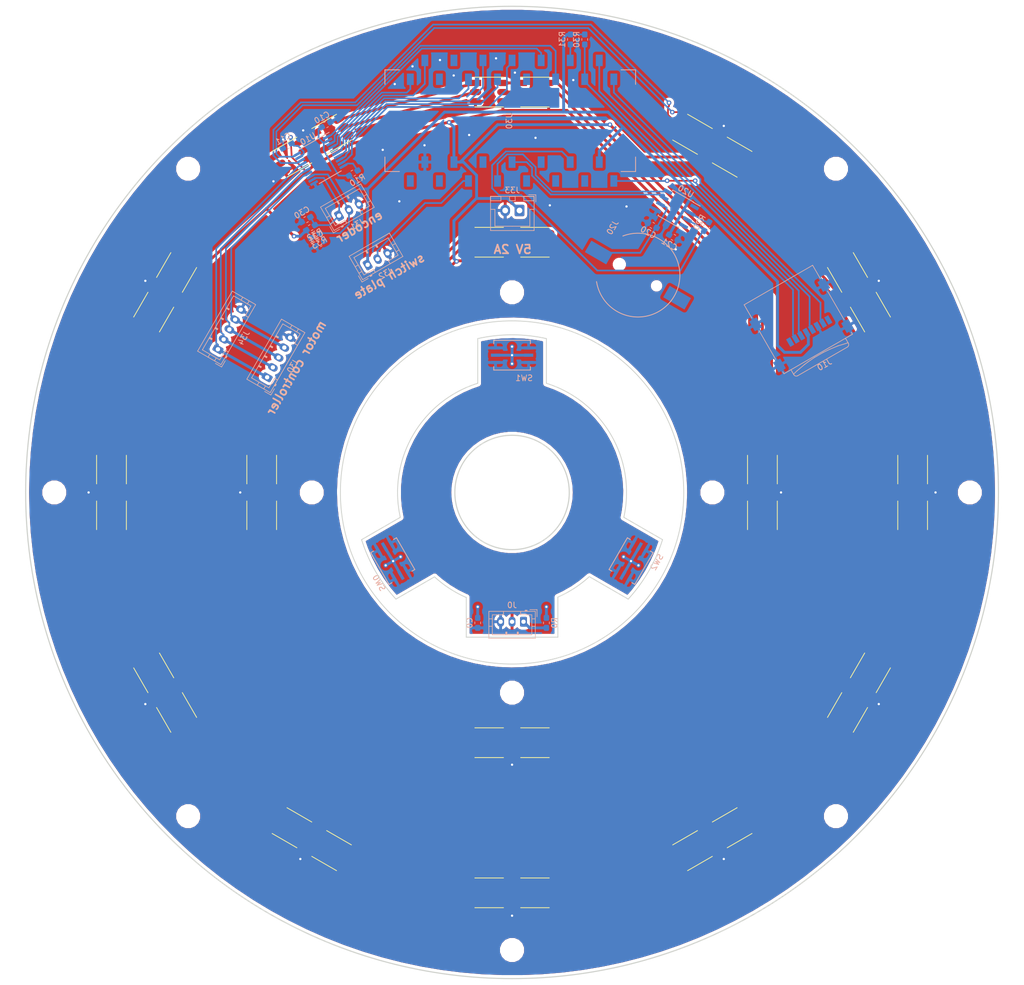
<source format=kicad_pcb>
(kicad_pcb (version 20171130) (host pcbnew "(5.0.1-3-g963ef8bb5)")
  (layers (0 F.Cu signal) (31 B.Cu signal) (34 B.Paste user) (35 F.Paste user) (36 B.SilkS user) (37 F.SilkS user) (38 B.Mask user) (39 F.Mask user) (44 Edge.Cuts user))
  (net 0 "")
  (net 1 "Net-(U10A1-Pad1)")
  (net 2 "Net-(U10A1-Pad2)")
  (net 3 GND)
  (net 4 +5V)
  (net 5 "Net-(U10A1-Pad5)")
  (net 6 "Net-(U10A1-Pad6)")
  (net 7 "Net-(U10B1-Pad6)")
  (net 8 "Net-(U10B1-Pad5)")
  (net 9 "Net-(U11A1-Pad5)")
  (net 10 "Net-(U11A1-Pad6)")
  (net 11 "Net-(U11B1-Pad6)")
  (net 12 "Net-(U11B1-Pad5)")
  (net 13 "Net-(U12A1-Pad5)")
  (net 14 "Net-(U12A1-Pad6)")
  (net 15 "Net-(U12B1-Pad6)")
  (net 16 "Net-(U12B1-Pad5)")
  (net 17 "Net-(U13A1-Pad5)")
  (net 18 "Net-(U13A1-Pad6)")
  (net 19 "Net-(U13B1-Pad6)")
  (net 20 "Net-(U13B1-Pad5)")
  (net 21 "Net-(U14A1-Pad5)")
  (net 22 "Net-(U14A1-Pad6)")
  (net 23 "Net-(U14B1-Pad6)")
  (net 24 "Net-(U14B1-Pad5)")
  (net 25 "Net-(U15A1-Pad5)")
  (net 26 "Net-(U15A1-Pad6)")
  (net 27 "Net-(U15B1-Pad6)")
  (net 28 "Net-(U15B1-Pad5)")
  (net 29 "Net-(U16A1-Pad5)")
  (net 30 "Net-(U16A1-Pad6)")
  (net 31 "Net-(U16B1-Pad6)")
  (net 32 "Net-(U16B1-Pad5)")
  (net 33 "Net-(U1A1-Pad5)")
  (net 34 "Net-(U1A1-Pad6)")
  (net 35 "Net-(U1B1-Pad6)")
  (net 36 "Net-(U1B1-Pad5)")
  (net 37 "Net-(U2A1-Pad5)")
  (net 38 "Net-(U2A1-Pad6)")
  (net 39 "Net-(U2B1-Pad6)")
  (net 40 "Net-(U2B1-Pad5)")
  (net 41 "Net-(U3A1-Pad5)")
  (net 42 "Net-(U3A1-Pad6)")
  (net 43 "Net-(U3B1-Pad6)")
  (net 44 "Net-(U3B1-Pad5)")
  (net 45 "Net-(U4A1-Pad5)")
  (net 46 "Net-(U4A1-Pad6)")
  (net 47 "Net-(U4B1-Pad6)")
  (net 48 "Net-(U4B1-Pad5)")
  (net 49 "Net-(U5A1-Pad5)")
  (net 50 "Net-(U5A1-Pad6)")
  (net 51 "Net-(U5B1-Pad6)")
  (net 52 "Net-(U5B1-Pad5)")
  (net 53 "Net-(U6A1-Pad5)")
  (net 54 "Net-(U6A1-Pad6)")
  (net 55 "Net-(U6B1-Pad6)")
  (net 56 "Net-(U6B1-Pad5)")
  (net 57 "Net-(U7A1-Pad5)")
  (net 58 "Net-(U7A1-Pad6)")
  (net 59 "Net-(U7B1-Pad6)")
  (net 60 "Net-(U7B1-Pad5)")
  (net 61 "Net-(U8A1-Pad5)")
  (net 62 "Net-(U8A1-Pad6)")
  (net 63 "Net-(U8B1-Pad6)")
  (net 64 "Net-(U8B1-Pad5)")
  (net 65 "Net-(U9A1-Pad5)")
  (net 66 "Net-(U9A1-Pad6)")
  (net 67 +3V3)
  (net 68 "Net-(C0-Pad1)")
  (net 69 "Net-(C20-Pad2)")
  (net 70 "Net-(J10-Pad8)")
  (net 71 MISO)
  (net 72 SCK)
  (net 73 MOSI)
  (net 74 SD_CS)
  (net 75 "Net-(J10-Pad1)")
  (net 76 "Net-(R10-Pad2)")
  (net 77 RTC_INT)
  (net 78 SDA)
  (net 79 SCL)
  (net 80 "Net-(U20-Pad1)")
  (net 81 "Net-(U20-Pad4)")
  (net 82 T_RXD_5V)
  (net 83 T_TXD_5V)
  (net 84 "T_HS1(UP)_5V")
  (net 85 "T_HS2(DN)_5V")
  (net 86 K_B_5V)
  (net 87 K_A_5V)
  (net 88 SW_OUT)
  (net 89 SD_CD)
  (net 90 L_DO_3V)
  (net 91 L_CLK_3V)
  (net 92 T_RXD_3V)
  (net 93 T_TXD_3V)
  (net 94 "T_HS1(UP)_3V")
  (net 95 "T_HS2(DN)_3V")
  (net 96 K_A_3V)
  (net 97 K_B_3V)
  (net 98 "Net-(U30-Pad3)")
  (net 99 "Net-(U30-Pad5)")
  (net 100 "Net-(U30-Pad6)")
  (net 101 "Net-(U30-Pad7)")
  (net 102 "Net-(U30-Pad10)")
  (net 103 "Net-(U30-Pad13)")
  (net 104 "Net-(U30-Pad18)")
  (net 105 "Net-(U30-Pad19)")
  (net 106 "Net-(U30-Pad24)")
  (net 107 L_CLK_5V)
  (net 108 L_DO_5V)
  (net 109 "Net-(U30-Pad15)")
  (module Connector_JST:JST_XH_B02B-XH-A_1x02_P2.50mm_Vertical (layer B.Cu) (at 101.3 50.7 180)
    (fp_text reference J33 (at 1.25 3.55 180) (layer B.SilkS) (effects (justify mirror)))
    (fp_text value Conn_01x02)
    (pad 2 thru_hole oval (at 2.5 0 180) (size 1.7 2) (drill 1) (layers *.Cu *.Mask) (net 3 GND))
    (pad 1 thru_hole roundrect (at 0 0 180) (size 1.7 2) (drill 1) (layers *.Cu *.Mask) (roundrect_rratio 0.147059) (net 4 +5V))
  )
  (module Capacitor_SMD:C_0603_1608Metric_Pad1.05x0.95mm_HandSolder (layer B.Cu) (at 66.4 56.5 210)
    (fp_text reference C31 (at 0 1.43 210) (layer B.SilkS) (effects (justify mirror)))
    (fp_text value 100nF)
    (pad 2 smd roundrect (at 0.875 0 210) (size 1.05 0.95) (layers B.Cu B.Paste B.Mask) (net 3 GND))
    (pad 1 smd roundrect (at -0.875 0 210) (size 1.05 0.95) (layers B.Cu B.Paste B.Mask) (net 86 K_B_5V))
  )
  (module Capacitor_SMD:C_0603_1608Metric_Pad1.05x0.95mm_HandSolder (layer B.Cu) (at 64 52.3 210)
    (fp_text reference C30 (at 0 1.43 210) (layer B.SilkS) (effects (justify mirror)))
    (fp_text value 100nF)
    (pad 1 smd roundrect (at -0.875 0 210) (size 1.05 0.95) (layers B.Cu B.Paste B.Mask) (net 87 K_A_5V))
    (pad 2 smd roundrect (at 0.875 0 210) (size 1.05 0.95) (layers B.Cu B.Paste B.Mask) (net 3 GND))
  )
  (module Resistor_SMD:R_0603_1608Metric_Pad1.05x0.95mm_HandSolder (layer B.Cu) (at 64.8 53.7 30)
    (fp_text reference R32 (at 0 1.43 30) (layer B.SilkS) (effects (justify mirror)))
    (fp_text value 10K)
    (pad 2 smd roundrect (at 0.875 0 30) (size 1.05 0.95) (layers B.Cu B.Paste B.Mask) (net 87 K_A_5V))
    (pad 1 smd roundrect (at -0.875 0 30) (size 1.05 0.95) (layers B.Cu B.Paste B.Mask) (net 4 +5V))
  )
  (module Resistor_SMD:R_0603_1608Metric_Pad1.05x0.95mm_HandSolder (layer B.Cu) (at 65.6 55.1 30)
    (fp_text reference R33 (at 0 1.43 30) (layer B.SilkS) (effects (justify mirror)))
    (fp_text value 10K)
    (pad 1 smd roundrect (at -0.875 0 30) (size 1.05 0.95) (layers B.Cu B.Paste B.Mask) (net 4 +5V))
    (pad 2 smd roundrect (at 0.875 0 30) (size 1.05 0.95) (layers B.Cu B.Paste B.Mask) (net 86 K_B_5V))
  )
  (module _led:5050 (layer F.Cu) (at 96 143.75 180)
    (fp_text reference U14B1 hide)
    (fp_text value APA102)
    (pad 1 smd rect (at -2.4 -1.6 180) (size 2 1.1) (layers F.Cu F.Paste F.Mask) (net 22 "Net-(U14A1-Pad6)"))
    (pad 2 smd oval (at -2.4 0 180) (size 2 1.1) (layers F.Cu F.Paste F.Mask) (net 21 "Net-(U14A1-Pad5)"))
    (pad 3 smd oval (at -2.4 1.6 180) (size 2 1.1) (layers F.Cu F.Paste F.Mask) (net 3 GND))
    (pad 4 smd oval (at 2.4 1.6 180) (size 2 1.1) (layers F.Cu F.Paste F.Mask) (net 4 +5V))
    (pad 5 smd oval (at 2.4 0 180) (size 2 1.1) (layers F.Cu F.Paste F.Mask) (net 24 "Net-(U14B1-Pad5)"))
    (pad 6 smd oval (at 2.4 -1.6 180) (size 2 1.1) (layers F.Cu F.Paste F.Mask) (net 23 "Net-(U14B1-Pad6)"))
  )
  (module _led:5050 (layer F.Cu) (at 56.25 96 90)
    (fp_text reference U15B1 hide)
    (fp_text value APA102)
    (pad 1 smd rect (at -2.4 -1.6 90) (size 2 1.1) (layers F.Cu F.Paste F.Mask) (net 26 "Net-(U15A1-Pad6)"))
    (pad 2 smd oval (at -2.4 0 90) (size 2 1.1) (layers F.Cu F.Paste F.Mask) (net 25 "Net-(U15A1-Pad5)"))
    (pad 3 smd oval (at -2.4 1.6 90) (size 2 1.1) (layers F.Cu F.Paste F.Mask) (net 3 GND))
    (pad 4 smd oval (at 2.4 1.6 90) (size 2 1.1) (layers F.Cu F.Paste F.Mask) (net 4 +5V))
    (pad 5 smd oval (at 2.4 0 90) (size 2 1.1) (layers F.Cu F.Paste F.Mask) (net 28 "Net-(U15B1-Pad5)"))
    (pad 6 smd oval (at 2.4 -1.6 90) (size 2 1.1) (layers F.Cu F.Paste F.Mask) (net 27 "Net-(U15B1-Pad6)"))
  )
  (module _led:5050 (layer F.Cu) (at 104 56.25)
    (fp_text reference U16B1 hide)
    (fp_text value APA102)
    (pad 1 smd rect (at -2.4 -1.6) (size 2 1.1) (layers F.Cu F.Paste F.Mask) (net 30 "Net-(U16A1-Pad6)"))
    (pad 2 smd oval (at -2.4 0) (size 2 1.1) (layers F.Cu F.Paste F.Mask) (net 29 "Net-(U16A1-Pad5)"))
    (pad 3 smd oval (at -2.4 1.6) (size 2 1.1) (layers F.Cu F.Paste F.Mask) (net 3 GND))
    (pad 4 smd oval (at 2.4 1.6) (size 2 1.1) (layers F.Cu F.Paste F.Mask) (net 4 +5V))
    (pad 5 smd oval (at 2.4 0) (size 2 1.1) (layers F.Cu F.Paste F.Mask) (net 32 "Net-(U16B1-Pad5)"))
    (pad 6 smd oval (at 2.4 -1.6) (size 2 1.1) (layers F.Cu F.Paste F.Mask) (net 31 "Net-(U16B1-Pad6)"))
  )
  (module _led:5050 (layer F.Cu) (at 104 143.75 180)
    (fp_text reference U14A1 hide)
    (fp_text value APA102)
    (pad 6 smd oval (at 2.4 -1.6 180) (size 2 1.1) (layers F.Cu F.Paste F.Mask) (net 22 "Net-(U14A1-Pad6)"))
    (pad 5 smd oval (at 2.4 0 180) (size 2 1.1) (layers F.Cu F.Paste F.Mask) (net 21 "Net-(U14A1-Pad5)"))
    (pad 4 smd oval (at 2.4 1.6 180) (size 2 1.1) (layers F.Cu F.Paste F.Mask) (net 4 +5V))
    (pad 3 smd oval (at -2.4 1.6 180) (size 2 1.1) (layers F.Cu F.Paste F.Mask) (net 3 GND))
    (pad 2 smd oval (at -2.4 0 180) (size 2 1.1) (layers F.Cu F.Paste F.Mask) (net 20 "Net-(U13B1-Pad5)"))
    (pad 1 smd rect (at -2.4 -1.6 180) (size 2 1.1) (layers F.Cu F.Paste F.Mask) (net 19 "Net-(U13B1-Pad6)"))
  )
  (module _led:5050 (layer F.Cu) (at 56.25 104 90)
    (fp_text reference U15A1 hide)
    (fp_text value APA102)
    (pad 6 smd oval (at 2.4 -1.6 90) (size 2 1.1) (layers F.Cu F.Paste F.Mask) (net 26 "Net-(U15A1-Pad6)"))
    (pad 5 smd oval (at 2.4 0 90) (size 2 1.1) (layers F.Cu F.Paste F.Mask) (net 25 "Net-(U15A1-Pad5)"))
    (pad 4 smd oval (at 2.4 1.6 90) (size 2 1.1) (layers F.Cu F.Paste F.Mask) (net 4 +5V))
    (pad 3 smd oval (at -2.4 1.6 90) (size 2 1.1) (layers F.Cu F.Paste F.Mask) (net 3 GND))
    (pad 2 smd oval (at -2.4 0 90) (size 2 1.1) (layers F.Cu F.Paste F.Mask) (net 24 "Net-(U14B1-Pad5)"))
    (pad 1 smd rect (at -2.4 -1.6 90) (size 2 1.1) (layers F.Cu F.Paste F.Mask) (net 23 "Net-(U14B1-Pad6)"))
  )
  (module _led:5050 (layer F.Cu) (at 96 56.25)
    (fp_text reference U16A1 hide)
    (fp_text value APA102)
    (pad 6 smd oval (at 2.4 -1.6) (size 2 1.1) (layers F.Cu F.Paste F.Mask) (net 30 "Net-(U16A1-Pad6)"))
    (pad 5 smd oval (at 2.4 0) (size 2 1.1) (layers F.Cu F.Paste F.Mask) (net 29 "Net-(U16A1-Pad5)"))
    (pad 4 smd oval (at 2.4 1.6) (size 2 1.1) (layers F.Cu F.Paste F.Mask) (net 4 +5V))
    (pad 3 smd oval (at -2.4 1.6) (size 2 1.1) (layers F.Cu F.Paste F.Mask) (net 3 GND))
    (pad 2 smd oval (at -2.4 0) (size 2 1.1) (layers F.Cu F.Paste F.Mask) (net 28 "Net-(U15B1-Pad5)"))
    (pad 1 smd rect (at -2.4 -1.6) (size 2 1.1) (layers F.Cu F.Paste F.Mask) (net 27 "Net-(U15B1-Pad6)"))
  )
  (module _led:5050 (layer F.Cu) (at 131.535898 37.378222 330)
    (fp_text reference U1A1 hide)
    (fp_text value APA102)
    (pad 6 smd oval (at 2.4 -1.6 330) (size 2 1.1) (layers F.Cu F.Paste F.Mask) (net 34 "Net-(U1A1-Pad6)"))
    (pad 5 smd oval (at 2.4 0 330) (size 2 1.1) (layers F.Cu F.Paste F.Mask) (net 33 "Net-(U1A1-Pad5)"))
    (pad 4 smd oval (at 2.4 1.6 330) (size 2 1.1) (layers F.Cu F.Paste F.Mask) (net 4 +5V))
    (pad 3 smd oval (at -2.4 1.6 330) (size 2 1.1) (layers F.Cu F.Paste F.Mask) (net 3 GND))
    (pad 2 smd oval (at -2.4 0 330) (size 2 1.1) (layers F.Cu F.Paste F.Mask) (net 107 L_CLK_5V))
    (pad 1 smd rect (at -2.4 -1.6 330) (size 2 1.1) (layers F.Cu F.Paste F.Mask) (net 108 L_DO_5V))
  )
  (module _led:5050 (layer F.Cu) (at 158.621778 61.535898 300)
    (fp_text reference U2A1 hide)
    (fp_text value APA102)
    (pad 6 smd oval (at 2.4 -1.6 300) (size 2 1.1) (layers F.Cu F.Paste F.Mask) (net 38 "Net-(U2A1-Pad6)"))
    (pad 5 smd oval (at 2.4 0 300) (size 2 1.1) (layers F.Cu F.Paste F.Mask) (net 37 "Net-(U2A1-Pad5)"))
    (pad 4 smd oval (at 2.4 1.6 300) (size 2 1.1) (layers F.Cu F.Paste F.Mask) (net 4 +5V))
    (pad 3 smd oval (at -2.4 1.6 300) (size 2 1.1) (layers F.Cu F.Paste F.Mask) (net 3 GND))
    (pad 2 smd oval (at -2.4 0 300) (size 2 1.1) (layers F.Cu F.Paste F.Mask) (net 36 "Net-(U1B1-Pad5)"))
    (pad 1 smd rect (at -2.4 -1.6 300) (size 2 1.1) (layers F.Cu F.Paste F.Mask) (net 35 "Net-(U1B1-Pad6)"))
  )
  (module _led:5050 (layer F.Cu) (at 170 96 270)
    (fp_text reference U3A1 hide)
    (fp_text value APA102)
    (pad 6 smd oval (at 2.4 -1.6 270) (size 2 1.1) (layers F.Cu F.Paste F.Mask) (net 42 "Net-(U3A1-Pad6)"))
    (pad 5 smd oval (at 2.4 0 270) (size 2 1.1) (layers F.Cu F.Paste F.Mask) (net 41 "Net-(U3A1-Pad5)"))
    (pad 4 smd oval (at 2.4 1.6 270) (size 2 1.1) (layers F.Cu F.Paste F.Mask) (net 4 +5V))
    (pad 3 smd oval (at -2.4 1.6 270) (size 2 1.1) (layers F.Cu F.Paste F.Mask) (net 3 GND))
    (pad 2 smd oval (at -2.4 0 270) (size 2 1.1) (layers F.Cu F.Paste F.Mask) (net 40 "Net-(U2B1-Pad5)"))
    (pad 1 smd rect (at -2.4 -1.6 270) (size 2 1.1) (layers F.Cu F.Paste F.Mask) (net 39 "Net-(U2B1-Pad6)"))
  )
  (module _led:5050 (layer F.Cu) (at 162.621778 131.535898 240)
    (fp_text reference U4A1 hide)
    (fp_text value APA102)
    (pad 6 smd oval (at 2.4 -1.6 240) (size 2 1.1) (layers F.Cu F.Paste F.Mask) (net 46 "Net-(U4A1-Pad6)"))
    (pad 5 smd oval (at 2.4 0 240) (size 2 1.1) (layers F.Cu F.Paste F.Mask) (net 45 "Net-(U4A1-Pad5)"))
    (pad 4 smd oval (at 2.4 1.6 240) (size 2 1.1) (layers F.Cu F.Paste F.Mask) (net 4 +5V))
    (pad 3 smd oval (at -2.4 1.6 240) (size 2 1.1) (layers F.Cu F.Paste F.Mask) (net 3 GND))
    (pad 2 smd oval (at -2.4 0 240) (size 2 1.1) (layers F.Cu F.Paste F.Mask) (net 44 "Net-(U3B1-Pad5)"))
    (pad 1 smd rect (at -2.4 -1.6 240) (size 2 1.1) (layers F.Cu F.Paste F.Mask) (net 43 "Net-(U3B1-Pad6)"))
  )
  (module _led:5050 (layer F.Cu) (at 138.464102 158.621778 210)
    (fp_text reference U5A1 hide)
    (fp_text value APA102)
    (pad 6 smd oval (at 2.4 -1.6 210) (size 2 1.1) (layers F.Cu F.Paste F.Mask) (net 50 "Net-(U5A1-Pad6)"))
    (pad 5 smd oval (at 2.4 0 210) (size 2 1.1) (layers F.Cu F.Paste F.Mask) (net 49 "Net-(U5A1-Pad5)"))
    (pad 4 smd oval (at 2.4 1.6 210) (size 2 1.1) (layers F.Cu F.Paste F.Mask) (net 4 +5V))
    (pad 3 smd oval (at -2.4 1.6 210) (size 2 1.1) (layers F.Cu F.Paste F.Mask) (net 3 GND))
    (pad 2 smd oval (at -2.4 0 210) (size 2 1.1) (layers F.Cu F.Paste F.Mask) (net 48 "Net-(U4B1-Pad5)"))
    (pad 1 smd rect (at -2.4 -1.6 210) (size 2 1.1) (layers F.Cu F.Paste F.Mask) (net 47 "Net-(U4B1-Pad6)"))
  )
  (module _led:5050 (layer F.Cu) (at 104 170 180)
    (fp_text reference U6A1 hide)
    (fp_text value APA102)
    (pad 6 smd oval (at 2.4 -1.6 180) (size 2 1.1) (layers F.Cu F.Paste F.Mask) (net 54 "Net-(U6A1-Pad6)"))
    (pad 5 smd oval (at 2.4 0 180) (size 2 1.1) (layers F.Cu F.Paste F.Mask) (net 53 "Net-(U6A1-Pad5)"))
    (pad 4 smd oval (at 2.4 1.6 180) (size 2 1.1) (layers F.Cu F.Paste F.Mask) (net 4 +5V))
    (pad 3 smd oval (at -2.4 1.6 180) (size 2 1.1) (layers F.Cu F.Paste F.Mask) (net 3 GND))
    (pad 2 smd oval (at -2.4 0 180) (size 2 1.1) (layers F.Cu F.Paste F.Mask) (net 52 "Net-(U5B1-Pad5)"))
    (pad 1 smd rect (at -2.4 -1.6 180) (size 2 1.1) (layers F.Cu F.Paste F.Mask) (net 51 "Net-(U5B1-Pad6)"))
  )
  (module _led:5050 (layer F.Cu) (at 68.464102 162.621778 150)
    (fp_text reference U7A1 hide)
    (fp_text value APA102)
    (pad 6 smd oval (at 2.4 -1.6 150) (size 2 1.1) (layers F.Cu F.Paste F.Mask) (net 58 "Net-(U7A1-Pad6)"))
    (pad 5 smd oval (at 2.4 0 150) (size 2 1.1) (layers F.Cu F.Paste F.Mask) (net 57 "Net-(U7A1-Pad5)"))
    (pad 4 smd oval (at 2.4 1.6 150) (size 2 1.1) (layers F.Cu F.Paste F.Mask) (net 4 +5V))
    (pad 3 smd oval (at -2.4 1.6 150) (size 2 1.1) (layers F.Cu F.Paste F.Mask) (net 3 GND))
    (pad 2 smd oval (at -2.4 0 150) (size 2 1.1) (layers F.Cu F.Paste F.Mask) (net 56 "Net-(U6B1-Pad5)"))
    (pad 1 smd rect (at -2.4 -1.6 150) (size 2 1.1) (layers F.Cu F.Paste F.Mask) (net 55 "Net-(U6B1-Pad6)"))
  )
  (module _led:5050 (layer F.Cu) (at 41.378222 138.464102 120)
    (fp_text reference U8A1 hide)
    (fp_text value APA102)
    (pad 6 smd oval (at 2.4 -1.6 120) (size 2 1.1) (layers F.Cu F.Paste F.Mask) (net 62 "Net-(U8A1-Pad6)"))
    (pad 5 smd oval (at 2.4 0 120) (size 2 1.1) (layers F.Cu F.Paste F.Mask) (net 61 "Net-(U8A1-Pad5)"))
    (pad 4 smd oval (at 2.4 1.6 120) (size 2 1.1) (layers F.Cu F.Paste F.Mask) (net 4 +5V))
    (pad 3 smd oval (at -2.4 1.6 120) (size 2 1.1) (layers F.Cu F.Paste F.Mask) (net 3 GND))
    (pad 2 smd oval (at -2.4 0 120) (size 2 1.1) (layers F.Cu F.Paste F.Mask) (net 60 "Net-(U7B1-Pad5)"))
    (pad 1 smd rect (at -2.4 -1.6 120) (size 2 1.1) (layers F.Cu F.Paste F.Mask) (net 59 "Net-(U7B1-Pad6)"))
  )
  (module _led:5050 (layer F.Cu) (at 30 104 90)
    (fp_text reference U9A1 hide)
    (fp_text value APA102)
    (pad 6 smd oval (at 2.4 -1.6 90) (size 2 1.1) (layers F.Cu F.Paste F.Mask) (net 66 "Net-(U9A1-Pad6)"))
    (pad 5 smd oval (at 2.4 0 90) (size 2 1.1) (layers F.Cu F.Paste F.Mask) (net 65 "Net-(U9A1-Pad5)"))
    (pad 4 smd oval (at 2.4 1.6 90) (size 2 1.1) (layers F.Cu F.Paste F.Mask) (net 4 +5V))
    (pad 3 smd oval (at -2.4 1.6 90) (size 2 1.1) (layers F.Cu F.Paste F.Mask) (net 3 GND))
    (pad 2 smd oval (at -2.4 0 90) (size 2 1.1) (layers F.Cu F.Paste F.Mask) (net 64 "Net-(U8B1-Pad5)"))
    (pad 1 smd rect (at -2.4 -1.6 90) (size 2 1.1) (layers F.Cu F.Paste F.Mask) (net 63 "Net-(U8B1-Pad6)"))
  )
  (module _led:5050 (layer F.Cu) (at 37.378222 68.464102 60)
    (fp_text reference U10A1 hide)
    (fp_text value APA102)
    (pad 6 smd oval (at 2.4 -1.6 60) (size 2 1.1) (layers F.Cu F.Paste F.Mask) (net 6 "Net-(U10A1-Pad6)"))
    (pad 5 smd oval (at 2.4 0 60) (size 2 1.1) (layers F.Cu F.Paste F.Mask) (net 5 "Net-(U10A1-Pad5)"))
    (pad 4 smd oval (at 2.4 1.6 60) (size 2 1.1) (layers F.Cu F.Paste F.Mask) (net 4 +5V))
    (pad 3 smd oval (at -2.4 1.6 60) (size 2 1.1) (layers F.Cu F.Paste F.Mask) (net 3 GND))
    (pad 2 smd oval (at -2.4 0 60) (size 2 1.1) (layers F.Cu F.Paste F.Mask) (net 2 "Net-(U10A1-Pad2)"))
    (pad 1 smd rect (at -2.4 -1.6 60) (size 2 1.1) (layers F.Cu F.Paste F.Mask) (net 1 "Net-(U10A1-Pad1)"))
  )
  (module _led:5050 (layer F.Cu) (at 61.535898 41.378222 30)
    (fp_text reference U11A1 hide)
    (fp_text value APA102)
    (pad 6 smd oval (at 2.4 -1.6 30) (size 2 1.1) (layers F.Cu F.Paste F.Mask) (net 10 "Net-(U11A1-Pad6)"))
    (pad 5 smd oval (at 2.4 0 30) (size 2 1.1) (layers F.Cu F.Paste F.Mask) (net 9 "Net-(U11A1-Pad5)"))
    (pad 4 smd oval (at 2.4 1.6 30) (size 2 1.1) (layers F.Cu F.Paste F.Mask) (net 4 +5V))
    (pad 3 smd oval (at -2.4 1.6 30) (size 2 1.1) (layers F.Cu F.Paste F.Mask) (net 3 GND))
    (pad 2 smd oval (at -2.4 0 30) (size 2 1.1) (layers F.Cu F.Paste F.Mask) (net 8 "Net-(U10B1-Pad5)"))
    (pad 1 smd rect (at -2.4 -1.6 30) (size 2 1.1) (layers F.Cu F.Paste F.Mask) (net 7 "Net-(U10B1-Pad6)"))
  )
  (module _led:5050 (layer F.Cu) (at 138.464102 41.378222 330)
    (fp_text reference U1B1 hide)
    (fp_text value APA102)
    (pad 1 smd rect (at -2.4 -1.6 330) (size 2 1.1) (layers F.Cu F.Paste F.Mask) (net 34 "Net-(U1A1-Pad6)"))
    (pad 2 smd oval (at -2.4 0 330) (size 2 1.1) (layers F.Cu F.Paste F.Mask) (net 33 "Net-(U1A1-Pad5)"))
    (pad 3 smd oval (at -2.4 1.6 330) (size 2 1.1) (layers F.Cu F.Paste F.Mask) (net 3 GND))
    (pad 4 smd oval (at 2.4 1.6 330) (size 2 1.1) (layers F.Cu F.Paste F.Mask) (net 4 +5V))
    (pad 5 smd oval (at 2.4 0 330) (size 2 1.1) (layers F.Cu F.Paste F.Mask) (net 36 "Net-(U1B1-Pad5)"))
    (pad 6 smd oval (at 2.4 -1.6 330) (size 2 1.1) (layers F.Cu F.Paste F.Mask) (net 35 "Net-(U1B1-Pad6)"))
  )
  (module _led:5050 (layer F.Cu) (at 162.621778 68.464102 300)
    (fp_text reference U2B1 hide)
    (fp_text value APA102)
    (pad 1 smd rect (at -2.4 -1.6 300) (size 2 1.1) (layers F.Cu F.Paste F.Mask) (net 38 "Net-(U2A1-Pad6)"))
    (pad 2 smd oval (at -2.4 0 300) (size 2 1.1) (layers F.Cu F.Paste F.Mask) (net 37 "Net-(U2A1-Pad5)"))
    (pad 3 smd oval (at -2.4 1.6 300) (size 2 1.1) (layers F.Cu F.Paste F.Mask) (net 3 GND))
    (pad 4 smd oval (at 2.4 1.6 300) (size 2 1.1) (layers F.Cu F.Paste F.Mask) (net 4 +5V))
    (pad 5 smd oval (at 2.4 0 300) (size 2 1.1) (layers F.Cu F.Paste F.Mask) (net 40 "Net-(U2B1-Pad5)"))
    (pad 6 smd oval (at 2.4 -1.6 300) (size 2 1.1) (layers F.Cu F.Paste F.Mask) (net 39 "Net-(U2B1-Pad6)"))
  )
  (module _led:5050 (layer F.Cu) (at 170 104 270)
    (fp_text reference U3B1 hide)
    (fp_text value APA102)
    (pad 1 smd rect (at -2.4 -1.6 270) (size 2 1.1) (layers F.Cu F.Paste F.Mask) (net 42 "Net-(U3A1-Pad6)"))
    (pad 2 smd oval (at -2.4 0 270) (size 2 1.1) (layers F.Cu F.Paste F.Mask) (net 41 "Net-(U3A1-Pad5)"))
    (pad 3 smd oval (at -2.4 1.6 270) (size 2 1.1) (layers F.Cu F.Paste F.Mask) (net 3 GND))
    (pad 4 smd oval (at 2.4 1.6 270) (size 2 1.1) (layers F.Cu F.Paste F.Mask) (net 4 +5V))
    (pad 5 smd oval (at 2.4 0 270) (size 2 1.1) (layers F.Cu F.Paste F.Mask) (net 44 "Net-(U3B1-Pad5)"))
    (pad 6 smd oval (at 2.4 -1.6 270) (size 2 1.1) (layers F.Cu F.Paste F.Mask) (net 43 "Net-(U3B1-Pad6)"))
  )
  (module _led:5050 (layer F.Cu) (at 158.621778 138.464102 240)
    (fp_text reference U4B1 hide)
    (fp_text value APA102)
    (pad 1 smd rect (at -2.4 -1.6 240) (size 2 1.1) (layers F.Cu F.Paste F.Mask) (net 46 "Net-(U4A1-Pad6)"))
    (pad 2 smd oval (at -2.4 0 240) (size 2 1.1) (layers F.Cu F.Paste F.Mask) (net 45 "Net-(U4A1-Pad5)"))
    (pad 3 smd oval (at -2.4 1.6 240) (size 2 1.1) (layers F.Cu F.Paste F.Mask) (net 3 GND))
    (pad 4 smd oval (at 2.4 1.6 240) (size 2 1.1) (layers F.Cu F.Paste F.Mask) (net 4 +5V))
    (pad 5 smd oval (at 2.4 0 240) (size 2 1.1) (layers F.Cu F.Paste F.Mask) (net 48 "Net-(U4B1-Pad5)"))
    (pad 6 smd oval (at 2.4 -1.6 240) (size 2 1.1) (layers F.Cu F.Paste F.Mask) (net 47 "Net-(U4B1-Pad6)"))
  )
  (module _led:5050 (layer F.Cu) (at 131.535898 162.621778 210)
    (fp_text reference U5B1 hide)
    (fp_text value APA102)
    (pad 1 smd rect (at -2.4 -1.6 210) (size 2 1.1) (layers F.Cu F.Paste F.Mask) (net 50 "Net-(U5A1-Pad6)"))
    (pad 2 smd oval (at -2.4 0 210) (size 2 1.1) (layers F.Cu F.Paste F.Mask) (net 49 "Net-(U5A1-Pad5)"))
    (pad 3 smd oval (at -2.4 1.6 210) (size 2 1.1) (layers F.Cu F.Paste F.Mask) (net 3 GND))
    (pad 4 smd oval (at 2.4 1.6 210) (size 2 1.1) (layers F.Cu F.Paste F.Mask) (net 4 +5V))
    (pad 5 smd oval (at 2.4 0 210) (size 2 1.1) (layers F.Cu F.Paste F.Mask) (net 52 "Net-(U5B1-Pad5)"))
    (pad 6 smd oval (at 2.4 -1.6 210) (size 2 1.1) (layers F.Cu F.Paste F.Mask) (net 51 "Net-(U5B1-Pad6)"))
  )
  (module _led:5050 (layer F.Cu) (at 96 170 180)
    (fp_text reference U6B1 hide)
    (fp_text value APA102)
    (pad 1 smd rect (at -2.4 -1.6 180) (size 2 1.1) (layers F.Cu F.Paste F.Mask) (net 54 "Net-(U6A1-Pad6)"))
    (pad 2 smd oval (at -2.4 0 180) (size 2 1.1) (layers F.Cu F.Paste F.Mask) (net 53 "Net-(U6A1-Pad5)"))
    (pad 3 smd oval (at -2.4 1.6 180) (size 2 1.1) (layers F.Cu F.Paste F.Mask) (net 3 GND))
    (pad 4 smd oval (at 2.4 1.6 180) (size 2 1.1) (layers F.Cu F.Paste F.Mask) (net 4 +5V))
    (pad 5 smd oval (at 2.4 0 180) (size 2 1.1) (layers F.Cu F.Paste F.Mask) (net 56 "Net-(U6B1-Pad5)"))
    (pad 6 smd oval (at 2.4 -1.6 180) (size 2 1.1) (layers F.Cu F.Paste F.Mask) (net 55 "Net-(U6B1-Pad6)"))
  )
  (module _led:5050 (layer F.Cu) (at 61.535898 158.621778 150)
    (fp_text reference U7B1 hide)
    (fp_text value APA102)
    (pad 1 smd rect (at -2.4 -1.6 150) (size 2 1.1) (layers F.Cu F.Paste F.Mask) (net 58 "Net-(U7A1-Pad6)"))
    (pad 2 smd oval (at -2.4 0 150) (size 2 1.1) (layers F.Cu F.Paste F.Mask) (net 57 "Net-(U7A1-Pad5)"))
    (pad 3 smd oval (at -2.4 1.6 150) (size 2 1.1) (layers F.Cu F.Paste F.Mask) (net 3 GND))
    (pad 4 smd oval (at 2.4 1.6 150) (size 2 1.1) (layers F.Cu F.Paste F.Mask) (net 4 +5V))
    (pad 5 smd oval (at 2.4 0 150) (size 2 1.1) (layers F.Cu F.Paste F.Mask) (net 60 "Net-(U7B1-Pad5)"))
    (pad 6 smd oval (at 2.4 -1.6 150) (size 2 1.1) (layers F.Cu F.Paste F.Mask) (net 59 "Net-(U7B1-Pad6)"))
  )
  (module _led:5050 (layer F.Cu) (at 37.378222 131.535898 120)
    (fp_text reference U8B1 hide)
    (fp_text value APA102)
    (pad 1 smd rect (at -2.4 -1.6 120) (size 2 1.1) (layers F.Cu F.Paste F.Mask) (net 62 "Net-(U8A1-Pad6)"))
    (pad 2 smd oval (at -2.4 0 120) (size 2 1.1) (layers F.Cu F.Paste F.Mask) (net 61 "Net-(U8A1-Pad5)"))
    (pad 3 smd oval (at -2.4 1.6 120) (size 2 1.1) (layers F.Cu F.Paste F.Mask) (net 3 GND))
    (pad 4 smd oval (at 2.4 1.6 120) (size 2 1.1) (layers F.Cu F.Paste F.Mask) (net 4 +5V))
    (pad 5 smd oval (at 2.4 0 120) (size 2 1.1) (layers F.Cu F.Paste F.Mask) (net 64 "Net-(U8B1-Pad5)"))
    (pad 6 smd oval (at 2.4 -1.6 120) (size 2 1.1) (layers F.Cu F.Paste F.Mask) (net 63 "Net-(U8B1-Pad6)"))
  )
  (module _led:5050 (layer F.Cu) (at 30 96 90)
    (fp_text reference U9B1 hide)
    (fp_text value APA102)
    (pad 1 smd rect (at -2.4 -1.6 90) (size 2 1.1) (layers F.Cu F.Paste F.Mask) (net 66 "Net-(U9A1-Pad6)"))
    (pad 2 smd oval (at -2.4 0 90) (size 2 1.1) (layers F.Cu F.Paste F.Mask) (net 65 "Net-(U9A1-Pad5)"))
    (pad 3 smd oval (at -2.4 1.6 90) (size 2 1.1) (layers F.Cu F.Paste F.Mask) (net 3 GND))
    (pad 4 smd oval (at 2.4 1.6 90) (size 2 1.1) (layers F.Cu F.Paste F.Mask) (net 4 +5V))
    (pad 5 smd oval (at 2.4 0 90) (size 2 1.1) (layers F.Cu F.Paste F.Mask) (net 2 "Net-(U10A1-Pad2)"))
    (pad 6 smd oval (at 2.4 -1.6 90) (size 2 1.1) (layers F.Cu F.Paste F.Mask) (net 1 "Net-(U10A1-Pad1)"))
  )
  (module _led:5050 (layer F.Cu) (at 41.378222 61.535898 60)
    (fp_text reference U10B1 hide)
    (fp_text value APA102)
    (pad 1 smd rect (at -2.4 -1.6 60) (size 2 1.1) (layers F.Cu F.Paste F.Mask) (net 6 "Net-(U10A1-Pad6)"))
    (pad 2 smd oval (at -2.4 0 60) (size 2 1.1) (layers F.Cu F.Paste F.Mask) (net 5 "Net-(U10A1-Pad5)"))
    (pad 3 smd oval (at -2.4 1.6 60) (size 2 1.1) (layers F.Cu F.Paste F.Mask) (net 3 GND))
    (pad 4 smd oval (at 2.4 1.6 60) (size 2 1.1) (layers F.Cu F.Paste F.Mask) (net 4 +5V))
    (pad 5 smd oval (at 2.4 0 60) (size 2 1.1) (layers F.Cu F.Paste F.Mask) (net 8 "Net-(U10B1-Pad5)"))
    (pad 6 smd oval (at 2.4 -1.6 60) (size 2 1.1) (layers F.Cu F.Paste F.Mask) (net 7 "Net-(U10B1-Pad6)"))
  )
  (module _led:5050 (layer F.Cu) (at 68.464102 37.378222 30)
    (fp_text reference U11B1 hide)
    (fp_text value APA102)
    (pad 1 smd rect (at -2.4 -1.6 30) (size 2 1.1) (layers F.Cu F.Paste F.Mask) (net 10 "Net-(U11A1-Pad6)"))
    (pad 2 smd oval (at -2.4 0 30) (size 2 1.1) (layers F.Cu F.Paste F.Mask) (net 9 "Net-(U11A1-Pad5)"))
    (pad 3 smd oval (at -2.4 1.6 30) (size 2 1.1) (layers F.Cu F.Paste F.Mask) (net 3 GND))
    (pad 4 smd oval (at 2.4 1.6 30) (size 2 1.1) (layers F.Cu F.Paste F.Mask) (net 4 +5V))
    (pad 5 smd oval (at 2.4 0 30) (size 2 1.1) (layers F.Cu F.Paste F.Mask) (net 12 "Net-(U11B1-Pad5)"))
    (pad 6 smd oval (at 2.4 -1.6 30) (size 2 1.1) (layers F.Cu F.Paste F.Mask) (net 11 "Net-(U11B1-Pad6)"))
  )
  (module _led:5050 (layer F.Cu) (at 96 30)
    (fp_text reference U12A1 hide)
    (fp_text value APA102)
    (pad 1 smd rect (at -2.4 -1.6) (size 2 1.1) (layers F.Cu F.Paste F.Mask) (net 11 "Net-(U11B1-Pad6)"))
    (pad 2 smd oval (at -2.4 0) (size 2 1.1) (layers F.Cu F.Paste F.Mask) (net 12 "Net-(U11B1-Pad5)"))
    (pad 3 smd oval (at -2.4 1.6) (size 2 1.1) (layers F.Cu F.Paste F.Mask) (net 3 GND))
    (pad 4 smd oval (at 2.4 1.6) (size 2 1.1) (layers F.Cu F.Paste F.Mask) (net 4 +5V))
    (pad 5 smd oval (at 2.4 0) (size 2 1.1) (layers F.Cu F.Paste F.Mask) (net 13 "Net-(U12A1-Pad5)"))
    (pad 6 smd oval (at 2.4 -1.6) (size 2 1.1) (layers F.Cu F.Paste F.Mask) (net 14 "Net-(U12A1-Pad6)"))
  )
  (module _led:5050 (layer F.Cu) (at 104 30)
    (fp_text reference U12B1 hide)
    (fp_text value APA102)
    (pad 6 smd oval (at 2.4 -1.6) (size 2 1.1) (layers F.Cu F.Paste F.Mask) (net 15 "Net-(U12B1-Pad6)"))
    (pad 5 smd oval (at 2.4 0) (size 2 1.1) (layers F.Cu F.Paste F.Mask) (net 16 "Net-(U12B1-Pad5)"))
    (pad 4 smd oval (at 2.4 1.6) (size 2 1.1) (layers F.Cu F.Paste F.Mask) (net 4 +5V))
    (pad 3 smd oval (at -2.4 1.6) (size 2 1.1) (layers F.Cu F.Paste F.Mask) (net 3 GND))
    (pad 2 smd oval (at -2.4 0) (size 2 1.1) (layers F.Cu F.Paste F.Mask) (net 13 "Net-(U12A1-Pad5)"))
    (pad 1 smd rect (at -2.4 -1.6) (size 2 1.1) (layers F.Cu F.Paste F.Mask) (net 14 "Net-(U12A1-Pad6)"))
  )
  (module _led:5050 (layer F.Cu) (at 143.75 96 270)
    (fp_text reference U13A1 hide)
    (fp_text value APA102)
    (pad 1 smd rect (at -2.4 -1.6 270) (size 2 1.1) (layers F.Cu F.Paste F.Mask) (net 15 "Net-(U12B1-Pad6)"))
    (pad 2 smd oval (at -2.4 0 270) (size 2 1.1) (layers F.Cu F.Paste F.Mask) (net 16 "Net-(U12B1-Pad5)"))
    (pad 3 smd oval (at -2.4 1.6 270) (size 2 1.1) (layers F.Cu F.Paste F.Mask) (net 3 GND))
    (pad 4 smd oval (at 2.4 1.6 270) (size 2 1.1) (layers F.Cu F.Paste F.Mask) (net 4 +5V))
    (pad 5 smd oval (at 2.4 0 270) (size 2 1.1) (layers F.Cu F.Paste F.Mask) (net 17 "Net-(U13A1-Pad5)"))
    (pad 6 smd oval (at 2.4 -1.6 270) (size 2 1.1) (layers F.Cu F.Paste F.Mask) (net 18 "Net-(U13A1-Pad6)"))
  )
  (module _led:5050 (layer F.Cu) (at 143.75 104 270)
    (fp_text reference U13B1 hide)
    (fp_text value APA102)
    (pad 6 smd oval (at 2.4 -1.6 270) (size 2 1.1) (layers F.Cu F.Paste F.Mask) (net 19 "Net-(U13B1-Pad6)"))
    (pad 5 smd oval (at 2.4 0 270) (size 2 1.1) (layers F.Cu F.Paste F.Mask) (net 20 "Net-(U13B1-Pad5)"))
    (pad 4 smd oval (at 2.4 1.6 270) (size 2 1.1) (layers F.Cu F.Paste F.Mask) (net 4 +5V))
    (pad 3 smd oval (at -2.4 1.6 270) (size 2 1.1) (layers F.Cu F.Paste F.Mask) (net 3 GND))
    (pad 2 smd oval (at -2.4 0 270) (size 2 1.1) (layers F.Cu F.Paste F.Mask) (net 17 "Net-(U13A1-Pad5)"))
    (pad 1 smd rect (at -2.4 -1.6 270) (size 2 1.1) (layers F.Cu F.Paste F.Mask) (net 18 "Net-(U13A1-Pad6)"))
  )
  (module Capacitor_SMD:C_0603_1608Metric_Pad1.05x0.95mm_HandSolder (layer B.Cu) (at 94 122.8 270)
    (fp_text reference C0 (at 0 1.43 270) (layer B.SilkS) (effects (justify mirror)))
    (fp_text value 100nF)
    (pad 1 smd roundrect (at -0.875 0 270) (size 1.05 0.95) (layers B.Cu B.Paste B.Mask) (net 68 "Net-(C0-Pad1)"))
    (pad 2 smd roundrect (at 0.875 0 270) (size 1.05 0.95) (layers B.Cu B.Paste B.Mask) (net 3 GND))
  )
  (module Connector_JST:JST_PH_B3B-PH-K_1x03_P2.00mm_Vertical (layer B.Cu) (at 102 122.6 180)
    (fp_text reference J0 (at 2 2.9 180) (layer B.SilkS) (effects (justify mirror)))
    (fp_text value Conn_01x03)
    (pad 1 thru_hole roundrect (at 0 0 180) (size 1.2 1.75) (drill 0.75) (layers *.Cu *.Mask) (roundrect_rratio 0.208333) (net 67 +3V3))
    (pad 2 thru_hole oval (at 2 0 180) (size 1.2 1.75) (drill 0.75) (layers *.Cu *.Mask) (net 68 "Net-(C0-Pad1)"))
    (pad 3 thru_hole oval (at 4 0 180) (size 1.2 1.75) (drill 0.75) (layers *.Cu *.Mask) (net 3 GND))
  )
  (module Resistor_SMD:R_0603_1608Metric_Pad1.05x0.95mm_HandSolder (layer B.Cu) (at 106 122.8 90)
    (fp_text reference R0 (at 0 1.43 90) (layer B.SilkS) (effects (justify mirror)))
    (fp_text value 10K)
    (pad 1 smd roundrect (at -0.875 0 90) (size 1.05 0.95) (layers B.Cu B.Paste B.Mask) (net 67 +3V3))
    (pad 2 smd roundrect (at 0.875 0 90) (size 1.05 0.95) (layers B.Cu B.Paste B.Mask) (net 68 "Net-(C0-Pad1)"))
  )
  (module _switch:RAFI_MICON5_SMD (layer B.Cu) (at 79.15 112 300)
    (fp_text reference SW0 (at 2.1 4 300) (layer B.SilkS) (effects (justify mirror)))
    (fp_text value SPST)
    (pad 1 smd rect (at 2.9 0 300) (size 1.6 0.55) (layers B.Cu B.Paste B.Mask) (net 68 "Net-(C0-Pad1)"))
    (pad 1 smd rect (at -2.9 0 300) (size 1.6 0.55) (layers B.Cu B.Paste B.Mask) (net 68 "Net-(C0-Pad1)"))
    (pad 2 smd rect (at -2.9 1.27 300) (size 1.6 0.55) (layers B.Cu B.Paste B.Mask) (net 3 GND))
    (pad 2 smd rect (at -2.9 -1.27 300) (size 1.6 0.55) (layers B.Cu B.Paste B.Mask) (net 3 GND))
    (pad 2 smd rect (at 2.9 -1.27 300) (size 1.6 0.55) (layers B.Cu B.Paste B.Mask) (net 3 GND))
    (pad 2 smd rect (at 2.9 1.27 300) (size 1.6 0.55) (layers B.Cu B.Paste B.Mask) (net 3 GND))
  )
  (module _switch:RAFI_MICON5_SMD (layer B.Cu) (at 100 76)
    (fp_text reference SW1 (at 2.1 4) (layer B.SilkS) (effects (justify mirror)))
    (fp_text value SPST)
    (pad 1 smd rect (at 2.9 0) (size 1.6 0.55) (layers B.Cu B.Paste B.Mask) (net 68 "Net-(C0-Pad1)"))
    (pad 1 smd rect (at -2.9 0) (size 1.6 0.55) (layers B.Cu B.Paste B.Mask) (net 68 "Net-(C0-Pad1)"))
    (pad 2 smd rect (at -2.9 1.27) (size 1.6 0.55) (layers B.Cu B.Paste B.Mask) (net 3 GND))
    (pad 2 smd rect (at -2.9 -1.27) (size 1.6 0.55) (layers B.Cu B.Paste B.Mask) (net 3 GND))
    (pad 2 smd rect (at 2.9 -1.27) (size 1.6 0.55) (layers B.Cu B.Paste B.Mask) (net 3 GND))
    (pad 2 smd rect (at 2.9 1.27) (size 1.6 0.55) (layers B.Cu B.Paste B.Mask) (net 3 GND))
  )
  (module _switch:RAFI_MICON5_SMD (layer B.Cu) (at 120.8 112 60)
    (fp_text reference SW2 (at 2.1 4 60) (layer B.SilkS) (effects (justify mirror)))
    (fp_text value SPST)
    (pad 2 smd rect (at 2.9 1.27 60) (size 1.6 0.55) (layers B.Cu B.Paste B.Mask) (net 3 GND))
    (pad 2 smd rect (at 2.9 -1.27 60) (size 1.6 0.55) (layers B.Cu B.Paste B.Mask) (net 3 GND))
    (pad 2 smd rect (at -2.9 -1.27 60) (size 1.6 0.55) (layers B.Cu B.Paste B.Mask) (net 3 GND))
    (pad 2 smd rect (at -2.9 1.27 60) (size 1.6 0.55) (layers B.Cu B.Paste B.Mask) (net 3 GND))
    (pad 1 smd rect (at -2.9 0 60) (size 1.6 0.55) (layers B.Cu B.Paste B.Mask) (net 68 "Net-(C0-Pad1)"))
    (pad 1 smd rect (at 2.9 0 60) (size 1.6 0.55) (layers B.Cu B.Paste B.Mask) (net 68 "Net-(C0-Pad1)"))
  )
  (module Capacitor_SMD:C_0603_1608Metric_Pad1.05x0.95mm_HandSolder (layer B.Cu) (at 67.5 35.7 210)
    (fp_text reference C10 (at 0 1.43 210) (layer B.SilkS) (effects (justify mirror)))
    (fp_text value 100nF)
    (pad 2 smd roundrect (at 0.875 0 210) (size 1.05 0.95) (layers B.Cu B.Paste B.Mask) (net 67 +3V3))
    (pad 1 smd roundrect (at -0.875 0 210) (size 1.05 0.95) (layers B.Cu B.Paste B.Mask) (net 3 GND))
  )
  (module Capacitor_SMD:C_0603_1608Metric_Pad1.05x0.95mm_HandSolder (layer B.Cu) (at 60.7 39.4 210)
    (fp_text reference C11 (at 0 1.43 210) (layer B.SilkS) (effects (justify mirror)))
    (fp_text value 100nF)
    (pad 1 smd roundrect (at -0.875 0 210) (size 1.05 0.95) (layers B.Cu B.Paste B.Mask) (net 4 +5V))
    (pad 2 smd roundrect (at 0.875 0 210) (size 1.05 0.95) (layers B.Cu B.Paste B.Mask) (net 3 GND))
  )
  (module Capacitor_SMD:C_0603_1608Metric_Pad1.05x0.95mm_HandSolder (layer B.Cu) (at 124.5 53.3 330)
    (fp_text reference C20 (at 0 1.43 330) (layer B.SilkS) (effects (justify mirror)))
    (fp_text value 100nF)
    (pad 1 smd roundrect (at -0.875 0 330) (size 1.05 0.95) (layers B.Cu B.Paste B.Mask) (net 3 GND))
    (pad 2 smd roundrect (at 0.875 0 330) (size 1.05 0.95) (layers B.Cu B.Paste B.Mask) (net 69 "Net-(C20-Pad2)"))
  )
  (module Capacitor_SMD:C_0603_1608Metric_Pad1.05x0.95mm_HandSolder (layer B.Cu) (at 128.2 55.4 330)
    (fp_text reference C21 (at 0 1.43 330) (layer B.SilkS) (effects (justify mirror)))
    (fp_text value 100nF)
    (pad 2 smd roundrect (at 0.875 0 330) (size 1.05 0.95) (layers B.Cu B.Paste B.Mask) (net 3 GND))
    (pad 1 smd roundrect (at -0.875 0 330) (size 1.05 0.95) (layers B.Cu B.Paste B.Mask) (net 67 +3V3))
  )
  (module Connector_Card:microSD_HC_Wuerth_693072010801 (layer B.Cu) (at 150.596281 70.757661 30)
    (fp_text reference J10 (at 0 7.99 30) (layer B.SilkS) (effects (justify mirror)))
    (fp_text value Micro_SD_Card_Det)
    (pad 9 smd rect (at 6.875001 4.15 30) (size 1.45 2) (layers B.Cu B.Paste B.Mask) (net 3 GND))
    (pad 9 smd rect (at -6.875 4.149999 30) (size 1.45 2) (layers B.Cu B.Paste B.Mask) (net 3 GND))
    (pad 9 smd rect (at -6.875001 -4.15 30) (size 1.45 2) (layers B.Cu B.Paste B.Mask) (net 3 GND))
    (pad 9 smd rect (at 6.875 -4.149999 30) (size 1.45 2) (layers B.Cu B.Paste B.Mask) (net 3 GND))
    (pad 8 smd rect (at 4.5 1.55 30) (size 0.8 1.5) (layers B.Cu B.Paste B.Mask) (net 70 "Net-(J10-Pad8)"))
    (pad 7 smd rect (at 3.400001 1.55 30) (size 0.8 1.5) (layers B.Cu B.Paste B.Mask) (net 71 MISO))
    (pad 6 smd rect (at 2.3 1.549999 30) (size 0.8 1.5) (layers B.Cu B.Paste B.Mask) (net 3 GND))
    (pad 5 smd rect (at 1.200001 1.55 30) (size 0.8 1.5) (layers B.Cu B.Paste B.Mask) (net 72 SCK))
    (pad 4 smd rect (at 0.100001 1.55 30) (size 0.8 1.5) (layers B.Cu B.Paste B.Mask) (net 67 +3V3))
    (pad 3 smd rect (at -0.999999 1.55 30) (size 0.8 1.5) (layers B.Cu B.Paste B.Mask) (net 73 MOSI))
    (pad 2 smd rect (at -2.1 1.55 30) (size 0.8 1.5) (layers B.Cu B.Paste B.Mask) (net 74 SD_CS))
    (pad 1 smd rect (at -3.2 1.55 30) (size 0.8 1.5) (layers B.Cu B.Paste B.Mask) (net 75 "Net-(J10-Pad1)"))
  )
  (module _special:CH291-1220LF (layer B.Cu) (at 122 62 60)
    (fp_text reference J20 (at 5 -8 60) (layer B.SilkS) (effects (justify mirror)))
    (fp_text value Batt_clip)
    (pad 2 smd rect (at 0 7.9 60) (size 2.3 4.3) (layers B.Cu B.Paste B.Mask))
    (pad 1 smd rect (at 0 -7.9 60) (size 2.3 4.3) (layers B.Cu B.Paste B.Mask) (net 69 "Net-(C20-Pad2)"))
    (pad "" np_thru_hole circle (at 0 -3.75 60) (size 1.3 1.3) (drill 1.3) (layers *.Cu *.Mask))
    (pad "" np_thru_hole circle (at 0 3.75 60) (size 1 1) (drill 1) (layers *.Cu *.Mask))
  )
  (module Resistor_SMD:R_0603_1608Metric_Pad1.05x0.95mm_HandSolder (layer B.Cu) (at 72.257772 44.1625 30)
    (fp_text reference R10 (at 0 1.43 30) (layer B.SilkS) (effects (justify mirror)))
    (fp_text value 10K)
    (pad 1 smd roundrect (at -0.875 0 30) (size 1.05 0.95) (layers B.Cu B.Paste B.Mask) (net 67 +3V3))
    (pad 2 smd roundrect (at 0.875 0 30) (size 1.05 0.95) (layers B.Cu B.Paste B.Mask) (net 76 "Net-(R10-Pad2)"))
  )
  (module Resistor_SMD:R_0603_1608Metric_Pad1.05x0.95mm_HandSolder (layer B.Cu) (at 134 53.5 240)
    (fp_text reference R20 (at 0 1.43 240) (layer B.SilkS) (effects (justify mirror)))
    (fp_text value 10K)
    (pad 2 smd roundrect (at 0.875 0 240) (size 1.05 0.95) (layers B.Cu B.Paste B.Mask) (net 77 RTC_INT))
    (pad 1 smd roundrect (at -0.875 0 240) (size 1.05 0.95) (layers B.Cu B.Paste B.Mask) (net 67 +3V3))
  )
  (module Package_SO:TSSOP-20_4.4x6.5mm_P0.65mm (layer B.Cu) (at 66.5 41.9 210)
    (fp_text reference U10 (at 0 4.3 210) (layer B.SilkS) (effects (justify mirror)))
    (fp_text value TXB0108PWR)
    (pad 1 smd rect (at -2.95 2.925 210) (size 1.45 0.45) (layers B.Cu B.Paste B.Mask) (net 90 L_DO_3V))
    (pad 2 smd rect (at -2.95 2.275 210) (size 1.45 0.45) (layers B.Cu B.Paste B.Mask) (net 67 +3V3))
    (pad 3 smd rect (at -2.95 1.625 210) (size 1.45 0.45) (layers B.Cu B.Paste B.Mask) (net 91 L_CLK_3V))
    (pad 4 smd rect (at -2.95 0.975 210) (size 1.45 0.45) (layers B.Cu B.Paste B.Mask) (net 92 T_RXD_3V))
    (pad 5 smd rect (at -2.95 0.325 210) (size 1.45 0.45) (layers B.Cu B.Paste B.Mask) (net 93 T_TXD_3V))
    (pad 6 smd rect (at -2.95 -0.325 210) (size 1.45 0.45) (layers B.Cu B.Paste B.Mask) (net 94 "T_HS1(UP)_3V"))
    (pad 7 smd rect (at -2.95 -0.975 210) (size 1.45 0.45) (layers B.Cu B.Paste B.Mask) (net 95 "T_HS2(DN)_3V"))
    (pad 8 smd rect (at -2.95 -1.625 210) (size 1.45 0.45) (layers B.Cu B.Paste B.Mask) (net 97 K_B_3V))
    (pad 9 smd rect (at -2.95 -2.275 210) (size 1.45 0.45) (layers B.Cu B.Paste B.Mask) (net 96 K_A_3V))
    (pad 10 smd rect (at -2.95 -2.925 210) (size 1.45 0.45) (layers B.Cu B.Paste B.Mask) (net 76 "Net-(R10-Pad2)"))
    (pad 11 smd rect (at 2.95 -2.925 210) (size 1.45 0.45) (layers B.Cu B.Paste B.Mask) (net 3 GND))
    (pad 12 smd rect (at 2.95 -2.275 210) (size 1.45 0.45) (layers B.Cu B.Paste B.Mask) (net 87 K_A_5V))
    (pad 13 smd rect (at 2.95 -1.625 210) (size 1.45 0.45) (layers B.Cu B.Paste B.Mask) (net 86 K_B_5V))
    (pad 14 smd rect (at 2.95 -0.975 210) (size 1.45 0.45) (layers B.Cu B.Paste B.Mask) (net 85 "T_HS2(DN)_5V"))
    (pad 15 smd rect (at 2.95 -0.325 210) (size 1.45 0.45) (layers B.Cu B.Paste B.Mask) (net 84 "T_HS1(UP)_5V"))
    (pad 16 smd rect (at 2.95 0.325 210) (size 1.45 0.45) (layers B.Cu B.Paste B.Mask) (net 83 T_TXD_5V))
    (pad 17 smd rect (at 2.95 0.975 210) (size 1.45 0.45) (layers B.Cu B.Paste B.Mask) (net 82 T_RXD_5V))
    (pad 18 smd rect (at 2.95 1.625 210) (size 1.45 0.45) (layers B.Cu B.Paste B.Mask) (net 107 L_CLK_5V))
    (pad 19 smd rect (at 2.95 2.275 210) (size 1.45 0.45) (layers B.Cu B.Paste B.Mask) (net 4 +5V))
    (pad 20 smd rect (at 2.95 2.925 210) (size 1.45 0.45) (layers B.Cu B.Paste B.Mask) (net 108 L_DO_5V))
  )
  (module Package_SO:SOIC-8_3.9x4.9mm_P1.27mm (layer B.Cu) (at 128.6 50.4 150)
    (fp_text reference U20 (at 0 3.5 150) (layer B.SilkS) (effects (justify mirror)))
    (fp_text value DS3231MZ)
    (pad 1 smd rect (at -2.700001 1.905 150) (size 1.55 0.6) (layers B.Cu B.Paste B.Mask) (net 80 "Net-(U20-Pad1)"))
    (pad 2 smd rect (at -2.7 0.635 150) (size 1.55 0.6) (layers B.Cu B.Paste B.Mask) (net 67 +3V3))
    (pad 3 smd rect (at -2.7 -0.635 150) (size 1.55 0.6) (layers B.Cu B.Paste B.Mask) (net 77 RTC_INT))
    (pad 4 smd rect (at -2.7 -1.904999 150) (size 1.55 0.6) (layers B.Cu B.Paste B.Mask) (net 81 "Net-(U20-Pad4)"))
    (pad 5 smd rect (at 2.700001 -1.905 150) (size 1.55 0.6) (layers B.Cu B.Paste B.Mask) (net 3 GND))
    (pad 6 smd rect (at 2.7 -0.635 150) (size 1.55 0.6) (layers B.Cu B.Paste B.Mask) (net 69 "Net-(C20-Pad2)"))
    (pad 7 smd rect (at 2.7 0.635 150) (size 1.55 0.6) (layers B.Cu B.Paste B.Mask) (net 78 SDA))
    (pad 8 smd rect (at 2.7 1.904999 150) (size 1.55 0.6) (layers B.Cu B.Paste B.Mask) (net 79 SCL))
  )
  (module Connector_JST:JST_PH_B5B-PH-K_1x05_P2.00mm_Vertical (layer B.Cu) (at 57.2 79.864102 60)
    (fp_text reference J30 (at 4 2.9 60) (layer B.SilkS) (effects (justify mirror)))
    (fp_text value "JST PH2.0")
    (pad 1 thru_hole roundrect (at 0 0 60) (size 1.2 1.75) (drill 0.75) (layers *.Cu *.Mask) (roundrect_rratio 0.208333) (net 82 T_RXD_5V))
    (pad 2 thru_hole oval (at 2 0 60) (size 1.2 1.75) (drill 0.75) (layers *.Cu *.Mask) (net 83 T_TXD_5V))
    (pad 3 thru_hole oval (at 4 0 60) (size 1.2 1.75) (drill 0.75) (layers *.Cu *.Mask) (net 84 "T_HS1(UP)_5V"))
    (pad 4 thru_hole oval (at 6 0 60) (size 1.2 1.75) (drill 0.75) (layers *.Cu *.Mask) (net 85 "T_HS2(DN)_5V"))
    (pad 5 thru_hole oval (at 8 0 60) (size 1.2 1.75) (drill 0.75) (layers *.Cu *.Mask) (net 3 GND))
  )
  (module Connector_JST:JST_PH_B3B-PH-K_1x03_P2.00mm_Vertical (layer B.Cu) (at 69.767949 51.6 30)
    (fp_text reference J31 (at 2 2.9 30) (layer B.SilkS) (effects (justify mirror)))
    (fp_text value "JST PH2.0")
    (pad 3 thru_hole oval (at 4 0 30) (size 1.2 1.75) (drill 0.75) (layers *.Cu *.Mask) (net 3 GND))
    (pad 2 thru_hole oval (at 2 0 30) (size 1.2 1.75) (drill 0.75) (layers *.Cu *.Mask) (net 86 K_B_5V))
    (pad 1 thru_hole roundrect (at 0 0 30) (size 1.2 1.75) (drill 0.75) (layers *.Cu *.Mask) (roundrect_rratio 0.208333) (net 87 K_A_5V))
  )
  (module Connector_JST:JST_PH_B3B-PH-K_1x03_P2.00mm_Vertical (layer B.Cu) (at 74.767949 60.2 30)
    (fp_text reference J32 (at 2 2.9 30) (layer B.SilkS) (effects (justify mirror)))
    (fp_text value "JST PH2.0")
    (pad 1 thru_hole roundrect (at 0 0 30) (size 1.2 1.75) (drill 0.75) (layers *.Cu *.Mask) (roundrect_rratio 0.208333) (net 67 +3V3))
    (pad 2 thru_hole oval (at 2 0 30) (size 1.2 1.75) (drill 0.75) (layers *.Cu *.Mask) (net 88 SW_OUT))
    (pad 3 thru_hole oval (at 4 0 30) (size 1.2 1.75) (drill 0.75) (layers *.Cu *.Mask) (net 3 GND))
  )
  (module Resistor_SMD:R_0603_1608Metric_Pad1.05x0.95mm_HandSolder (layer B.Cu) (at 112.7 20.8 270)
    (fp_text reference R30 (at 0 1.43 270) (layer B.SilkS) (effects (justify mirror)))
    (fp_text value 10K)
    (pad 2 smd roundrect (at 0.875 0 270) (size 1.05 0.95) (layers B.Cu B.Paste B.Mask) (net 74 SD_CS))
    (pad 1 smd roundrect (at -0.875 0 270) (size 1.05 0.95) (layers B.Cu B.Paste B.Mask) (net 67 +3V3))
  )
  (module Resistor_SMD:R_0603_1608Metric_Pad1.05x0.95mm_HandSolder (layer B.Cu) (at 110.2 20.8 270)
    (fp_text reference R31 (at 0 1.43 270) (layer B.SilkS) (effects (justify mirror)))
    (fp_text value 10K)
    (pad 1 smd roundrect (at -0.875 0 270) (size 1.05 0.95) (layers B.Cu B.Paste B.Mask) (net 67 +3V3))
    (pad 2 smd roundrect (at 0.875 0 270) (size 1.05 0.95) (layers B.Cu B.Paste B.Mask) (net 89 SD_CD))
  )
  (module _arduino_shield:ARDUINO_NANO_33_IOT_SMD_SOCKET_NH (layer B.Cu) (at 100 35 90)
    (fp_text reference U30 (at 0 -0.5 90) (layer B.SilkS) (effects (justify mirror)))
    (fp_text value ARDUINO_NANO_33_IOT)
    (pad 1 smd rect (at -10.54 17.78 90) (size 2 1.2) (layers B.Cu B.Paste B.Mask) (net 72 SCK))
    (pad 2 smd rect (at -7.24 15.24 90) (size 2 1.2) (layers B.Cu B.Paste B.Mask) (net 67 +3V3))
    (pad 3 smd rect (at -10.54 12.7 90) (size 2 1.2) (layers B.Cu B.Paste B.Mask) (net 98 "Net-(U30-Pad3)"))
    (pad 4 smd rect (at -7.24 10.16 90) (size 2 1.2) (layers B.Cu B.Paste B.Mask) (net 77 RTC_INT))
    (pad 5 smd rect (at -10.54 7.62 90) (size 2 1.2) (layers B.Cu B.Paste B.Mask) (net 99 "Net-(U30-Pad5)"))
    (pad 6 smd rect (at -7.24 5.08 90) (size 2 1.2) (layers B.Cu B.Paste B.Mask) (net 100 "Net-(U30-Pad6)"))
    (pad 7 smd rect (at -10.54 2.54 90) (size 2 1.2) (layers B.Cu B.Paste B.Mask) (net 101 "Net-(U30-Pad7)"))
    (pad 8 smd rect (at -7.24 0 90) (size 2 1.2) (layers B.Cu B.Paste B.Mask) (net 78 SDA))
    (pad 9 smd rect (at -10.54 -2.54 90) (size 2 1.2) (layers B.Cu B.Paste B.Mask) (net 79 SCL))
    (pad 10 smd rect (at -7.24 -5.08 90) (size 2 1.2) (layers B.Cu B.Paste B.Mask) (net 102 "Net-(U30-Pad10)"))
    (pad 11 smd rect (at -10.54 -7.62 90) (size 2 1.2) (layers B.Cu B.Paste B.Mask) (net 88 SW_OUT))
    (pad 12 smd rect (at -7.24 -10.16 90) (size 2 1.2) (layers B.Cu B.Paste B.Mask) (net 4 +5V))
    (pad 13 smd rect (at -10.54 -12.7 90) (size 2 1.2) (layers B.Cu B.Paste B.Mask) (net 103 "Net-(U30-Pad13)"))
    (pad 14 smd rect (at -7.24 -15.24 90) (size 2 1.2) (layers B.Cu B.Paste B.Mask) (net 3 GND))
    (pad 15 smd rect (at -10.54 -17.78 90) (size 2 1.2) (layers B.Cu B.Paste B.Mask) (net 109 "Net-(U30-Pad15)"))
    (pad 16 smd rect (at 7.24 -17.78 90) (size 2 1.2) (layers B.Cu B.Paste B.Mask) (net 92 T_RXD_3V))
    (pad 17 smd rect (at 10.54 -15.24 90) (size 2 1.2) (layers B.Cu B.Paste B.Mask) (net 93 T_TXD_3V))
    (pad 18 smd rect (at 7.24 -12.7 90) (size 2 1.2) (layers B.Cu B.Paste B.Mask) (net 104 "Net-(U30-Pad18)"))
    (pad 19 smd rect (at 10.54 -10.16 90) (size 2 1.2) (layers B.Cu B.Paste B.Mask) (net 105 "Net-(U30-Pad19)"))
    (pad 20 smd rect (at 7.24 -7.62 90) (size 2 1.2) (layers B.Cu B.Paste B.Mask) (net 94 "T_HS1(UP)_3V"))
    (pad 21 smd rect (at 10.54 -5.08 90) (size 2 1.2) (layers B.Cu B.Paste B.Mask) (net 95 "T_HS2(DN)_3V"))
    (pad 22 smd rect (at 7.24 -2.54 90) (size 2 1.2) (layers B.Cu B.Paste B.Mask) (net 97 K_B_3V))
    (pad 23 smd rect (at 10.54 0 90) (size 2 1.2) (layers B.Cu B.Paste B.Mask) (net 96 K_A_3V))
    (pad 24 smd rect (at 7.24 2.54 90) (size 2 1.2) (layers B.Cu B.Paste B.Mask) (net 106 "Net-(U30-Pad24)"))
    (pad 25 smd rect (at 10.54 5.08 90) (size 2 1.2) (layers B.Cu B.Paste B.Mask) (net 91 L_CLK_3V))
    (pad 26 smd rect (at 7.24 7.62 90) (size 2 1.2) (layers B.Cu B.Paste B.Mask) (net 90 L_DO_3V))
    (pad 27 smd rect (at 10.54 10.16 90) (size 2 1.2) (layers B.Cu B.Paste B.Mask) (net 89 SD_CD))
    (pad 28 smd rect (at 7.24 12.7 90) (size 2 1.2) (layers B.Cu B.Paste B.Mask) (net 74 SD_CS))
    (pad 29 smd rect (at 10.54 15.24 90) (size 2 1.2) (layers B.Cu B.Paste B.Mask) (net 73 MOSI))
    (pad 30 smd rect (at 7.24 17.78 90) (size 2 1.2) (layers B.Cu B.Paste B.Mask) (net 71 MISO))
  )
  (module Connector_JST:JST_PH_B5B-PH-K_1x05_P2.00mm_Vertical (layer B.Cu) (at 48.6 74.964102 60)
    (fp_text reference J34 (at 4 2.9 60) (layer B.SilkS) (effects (justify mirror)))
    (fp_text value "JST PH2.0")
    (pad 1 thru_hole roundrect (at 0 0 60) (size 1.2 1.75) (drill 0.75) (layers *.Cu *.Mask) (roundrect_rratio 0.208333) (net 82 T_RXD_5V))
    (pad 2 thru_hole oval (at 2 0 60) (size 1.2 1.75) (drill 0.75) (layers *.Cu *.Mask) (net 83 T_TXD_5V))
    (pad 3 thru_hole oval (at 4 0 60) (size 1.2 1.75) (drill 0.75) (layers *.Cu *.Mask) (net 84 "T_HS1(UP)_5V"))
    (pad 4 thru_hole oval (at 6 0 60) (size 1.2 1.75) (drill 0.75) (layers *.Cu *.Mask) (net 85 "T_HS2(DN)_5V"))
    (pad 5 thru_hole oval (at 8 0 60) (size 1.2 1.75) (drill 0.75) (layers *.Cu *.Mask) (net 3 GND))
  )
  (module MountingHole:MountingHole_3.2mm_M3 (layer F.Cu) (at 135 100)
    (fp_text reference REF** hide)
    (fp_text value MountingHole_3.2mm_M3)
    (pad 1 np_thru_hole circle (at 0 0) (size 3.2 3.2) (drill 3.2) (layers *.Cu *.Mask))
  )
  (module MountingHole:MountingHole_3.2mm_M3 (layer F.Cu) (at 100 65)
    (fp_text reference REF** hide)
    (fp_text value MountingHole_3.2mm_M3)
    (pad 1 np_thru_hole circle (at 0 0) (size 3.2 3.2) (drill 3.2) (layers *.Cu *.Mask))
  )
  (module MountingHole:MountingHole_3.2mm_M3 (layer F.Cu) (at 65 100)
    (fp_text reference REF** hide)
    (fp_text value MountingHole_3.2mm_M3)
    (pad 1 np_thru_hole circle (at 0 0) (size 3.2 3.2) (drill 3.2) (layers *.Cu *.Mask))
  )
  (module MountingHole:MountingHole_3.2mm_M3 (layer F.Cu) (at 100 135)
    (fp_text reference REF** hide)
    (fp_text value MountingHole_3.2mm_M3)
    (pad 1 np_thru_hole circle (at 0 0) (size 3.2 3.2) (drill 3.2) (layers *.Cu *.Mask))
  )
  (module MountingHole:MountingHole_3.2mm_M3 (layer F.Cu) (at 43.4 43.4)
    (fp_text reference REF** hide)
    (fp_text value MountingHole_3.2mm_M3)
    (pad 1 np_thru_hole circle (at 0 0) (size 3.2 3.2) (drill 3.2) (layers *.Cu *.Mask))
  )
  (module MountingHole:MountingHole_3.2mm_M3 (layer F.Cu) (at 43.4 156.6)
    (fp_text reference REF** hide)
    (fp_text value MountingHole_3.2mm_M3)
    (pad 1 np_thru_hole circle (at 0 0) (size 3.2 3.2) (drill 3.2) (layers *.Cu *.Mask))
  )
  (module MountingHole:MountingHole_3.2mm_M3 (layer F.Cu) (at 156.6 156.6)
    (fp_text reference REF** hide)
    (fp_text value MountingHole_3.2mm_M3)
    (pad 1 np_thru_hole circle (at 0 0) (size 3.2 3.2) (drill 3.2) (layers *.Cu *.Mask))
  )
  (module MountingHole:MountingHole_3.2mm_M3 (layer F.Cu) (at 156.6 43.4)
    (fp_text reference REF** hide)
    (fp_text value MountingHole_3.2mm_M3)
    (pad 1 np_thru_hole circle (at 0 0) (size 3.2 3.2) (drill 3.2) (layers *.Cu *.Mask))
  )
  (module MountingHole:MountingHole_3.2mm_M3 (layer F.Cu) (at 20 100)
    (fp_text reference REF** hide)
    (fp_text value MountingHole_3.2mm_M3)
    (pad 1 np_thru_hole circle (at 0 0) (size 3.2 3.2) (drill 3.2) (layers *.Cu *.Mask))
  )
  (module MountingHole:MountingHole_3.2mm_M3 (layer F.Cu) (at 100 180)
    (fp_text reference REF** hide)
    (fp_text value MountingHole_3.2mm_M3)
    (pad 1 np_thru_hole circle (at 0 0) (size 3.2 3.2) (drill 3.2) (layers *.Cu *.Mask))
  )
  (module MountingHole:MountingHole_3.2mm_M3 (layer F.Cu) (at 180 100)
    (fp_text reference REF** hide)
    (fp_text value MountingHole_3.2mm_M3)
    (pad 1 np_thru_hole circle (at 0 0) (size 3.2 3.2) (drill 3.2) (layers *.Cu *.Mask))
  )
  (gr_text "5V 2A" (at 100.1 57.5) (layer B.SilkS) (effects (font (size 1.5 1.5) (thickness 0.3)) (justify mirror)))
  (gr_text encoder (at 73.3 53.5 30) (layer B.SilkS) (effects (font (size 1.5 1.5) (thickness 0.3)) (justify mirror)))
  (gr_text "switch plate" (at 78.5 62.2 30) (layer B.SilkS) (effects (font (size 1.5 1.5) (thickness 0.3)) (justify mirror)))
  (gr_text "motor controller" (at 62.3 78.2 60) (layer B.SilkS) (effects (font (size 1.5 1.5) (thickness 0.3)) (justify mirror)))
  (gr_arc (start 100 100) (end 86.500001 114.799999) (angle -18.75693615) (layer Edge.Cuts) (width 0.15))
  (gr_arc (start 100 100) (end 107.999999 118.299999) (angle -18.96753959) (layer Edge.Cuts) (width 0.15))
  (gr_line (start 92 125.3) (end 108 125.3) (layer Edge.Cuts) (width 0.15))
  (gr_line (start 92 118.34) (end 92 125.3) (layer Edge.Cuts) (width 0.15))
  (gr_line (start 108 118.3) (end 108 125.3) (layer Edge.Cuts) (width 0.15))
  (gr_arc (start 100 100) (end 94.002211 80.911525) (angle -85.03119366) (layer Edge.Cuts) (width 0.15))
  (gr_arc (start 100 100) (end 120.296083 118.646152) (angle -25.1) (layer Edge.Cuts) (width 0.15))
  (gr_arc (start 100 100) (end 73.703917 108.253848) (angle -25.1) (layer Edge.Cuts) (width 0.15))
  (gr_line (start 120.296083 118.646152) (end 113.532425 114.741152) (layer Edge.Cuts) (width 0.15))
  (gr_line (start 73.703917 108.253848) (end 80.467575 104.348848) (layer Edge.Cuts) (width 0.15))
  (gr_line (start 126.296083 108.253848) (end 119.532425 104.348848) (layer Edge.Cuts) (width 0.15))
  (gr_line (start 79.703917 118.646152) (end 86.467575 114.741152) (layer Edge.Cuts) (width 0.15))
  (gr_arc (start 100 100) (end 119.529999 104.35) (angle -85.03119366) (layer Edge.Cuts) (width 0.15))
  (gr_arc (start 100 100) (end 106 73.1) (angle -25.1) (layer Edge.Cuts) (width 0.15))
  (gr_line (start 94 73.1) (end 94 80.91) (layer Edge.Cuts) (width 0.15))
  (gr_line (start 106 73.1) (end 106 80.91) (layer Edge.Cuts) (width 0.15))
  (gr_circle (center 100 100) (end 100 90) (layer Edge.Cuts) (width 0.2))
  (gr_circle (center 100 100) (end 130 100) (layer Edge.Cuts) (width 0.15))
  (gr_circle (center 100 100) (end 185 100) (layer Edge.Cuts) (width 0.2))
  (segment (start 34.792581 69.742563) (end 28.4 93.6) (width 0.5) (layer F.Cu) (net 1))
  (segment (start 36.178222 70.542563) (end 30 93.6) (width 0.5) (layer F.Cu) (net 2))
  (via (at 63.5 36.7) (size 0.8) (drill 0.4) (layers F.Cu B.Cu) (net 3))
  (via (at 35.91412 63) (size 0.8) (drill 0.4) (layers F.Cu B.Cu) (net 3))
  (via (at 26 100) (size 0.8) (drill 0.4) (layers F.Cu B.Cu) (net 3))
  (via (at 35.91412 137) (size 0.8) (drill 0.4) (layers F.Cu B.Cu) (net 3))
  (via (at 63 164.08588) (size 0.8) (drill 0.4) (layers F.Cu B.Cu) (net 3))
  (via (at 100 174) (size 0.8) (drill 0.4) (layers F.Cu B.Cu) (net 3))
  (via (at 137 164.08588) (size 0.8) (drill 0.4) (layers F.Cu B.Cu) (net 3))
  (via (at 164.08588 137) (size 0.8) (drill 0.4) (layers F.Cu B.Cu) (net 3))
  (via (at 174 100) (size 0.8) (drill 0.4) (layers F.Cu B.Cu) (net 3))
  (via (at 164.08588 63) (size 0.8) (drill 0.4) (layers F.Cu B.Cu) (net 3))
  (via (at 137 35.91412) (size 0.8) (drill 0.4) (layers F.Cu B.Cu) (net 3))
  (via (at 100.5 26.6) (size 0.8) (drill 0.4) (layers F.Cu B.Cu) (net 3))
  (via (at 52.5 100) (size 0.8) (drill 0.4) (layers F.Cu B.Cu) (net 3))
  (via (at 100 147.6) (size 0.8) (drill 0.4) (layers F.Cu B.Cu) (net 3))
  (via (at 147 100) (size 0.8) (drill 0.4) (layers F.Cu B.Cu) (net 3))
  (via (at 58.3 45.6) (size 0.8) (drill 0.4) (layers F.Cu B.Cu) (net 3))
  (via (at 106.6 49.8) (size 0.8) (drill 0.4) (layers F.Cu B.Cu) (net 3))
  (via (at 120 50) (size 0.8) (drill 0.4) (layers F.Cu B.Cu) (net 3))
  (via (at 128.6 57.5) (size 0.8) (drill 0.4) (layers F.Cu B.Cu) (net 3))
  (via (at 104.1 38) (size 0.8) (drill 0.4) (layers F.Cu B.Cu) (net 3))
  (via (at 77.4 40.1) (size 0.8) (drill 0.4) (layers F.Cu B.Cu) (net 3))
  (via (at 110.7 27.9) (size 0.8) (drill 0.4) (layers F.Cu B.Cu) (net 3))
  (via (at 92.5 37.5) (size 0.8) (drill 0.4) (layers F.Cu B.Cu) (net 3))
  (via (at 87.4 24.4) (size 0.8) (drill 0.4) (layers F.Cu B.Cu) (net 3))
  (via (at 89.8 27.1) (size 0.8) (drill 0.4) (layers F.Cu B.Cu) (net 3))
  (via (at 82.6 25.5) (size 0.8) (drill 0.4) (layers F.Cu B.Cu) (net 3))
  (via (at 97.2 24.1) (size 0.8) (drill 0.4) (layers F.Cu B.Cu) (net 3))
  (via (at 79.5 28.6) (size 0.8) (drill 0.4) (layers F.Cu B.Cu) (net 3))
  (via (at 60 38.3) (size 0.8) (drill 0.4) (layers F.Cu B.Cu) (net 3))
  (segment (start 60 39.779728) (end 59.942228 39.8375) (width 0.3) (layer B.Cu) (net 3))
  (segment (start 60 38.3) (end 60 39.779728) (width 0.3) (layer B.Cu) (net 3))
  (via (at 84.7 39.3) (size 0.8) (drill 0.4) (layers F.Cu B.Cu) (net 3))
  (via (at 80.3 49.1) (size 0.8) (drill 0.4) (layers F.Cu B.Cu) (net 3))
  (segment (start 140.5 106.4) (end 142.1 106.4) (width 0.5) (layer F.Cu) (net 4))
  (segment (start 142.1 98.4) (end 140.5 98.4) (width 0.5) (layer F.Cu) (net 4))
  (segment (start 140.5 98.4) (end 140.5 106.4) (width 0.5) (layer F.Cu) (net 4))
  (segment (start 166.8 98.4) (end 166.8 106.4) (width 0.5) (layer F.Cu) (net 4))
  (segment (start 166.8 106.4) (end 168.4 106.4) (width 0.5) (layer F.Cu) (net 4))
  (segment (start 168.4 98.4) (end 166.8 98.4) (width 0.5) (layer F.Cu) (net 4))
  (segment (start 161.050497 72.142563) (end 162.436138 71.342563) (width 0.5) (layer F.Cu) (net 4))
  (segment (start 138.942563 45.349503) (end 139.742563 43.963862) (width 0.5) (layer F.Cu) (net 4))
  (segment (start 106.4 33.2) (end 106.4 31.6) (width 0.5) (layer F.Cu) (net 4))
  (segment (start 72.142563 38.949503) (end 71.342563 37.563862) (width 0.5) (layer F.Cu) (net 4))
  (segment (start 45.349503 61.057437) (end 43.963862 60.257437) (width 0.5) (layer F.Cu) (net 4))
  (segment (start 33.2 93.6) (end 31.6 93.6) (width 0.5) (layer F.Cu) (net 4))
  (segment (start 38.949503 127.857437) (end 37.563862 128.657437) (width 0.5) (layer F.Cu) (net 4))
  (segment (start 61.057437 154.650497) (end 60.257437 156.036138) (width 0.5) (layer F.Cu) (net 4))
  (segment (start 93.6 166.8) (end 93.6 168.4) (width 0.5) (layer F.Cu) (net 4))
  (segment (start 127.857437 161.050497) (end 128.657437 162.436138) (width 0.5) (layer F.Cu) (net 4))
  (segment (start 154.650497 138.942563) (end 156.036138 139.742563) (width 0.5) (layer F.Cu) (net 4))
  (segment (start 158.436138 64.414359) (end 157.050497 65.214359) (width 0.5) (layer F.Cu) (net 4))
  (segment (start 132.814359 39.963862) (end 132.014359 41.349503) (width 0.5) (layer F.Cu) (net 4))
  (segment (start 98.4 31.6) (end 98.4 33.2) (width 0.5) (layer F.Cu) (net 4))
  (segment (start 64.414359 41.563862) (end 65.214359 42.949503) (width 0.5) (layer F.Cu) (net 4))
  (segment (start 39.963862 67.185641) (end 41.349503 67.985641) (width 0.5) (layer F.Cu) (net 4))
  (segment (start 31.6 101.6) (end 33.2 101.6) (width 0.5) (layer F.Cu) (net 4))
  (segment (start 41.563862 135.585641) (end 42.949503 134.785641) (width 0.5) (layer F.Cu) (net 4))
  (segment (start 67.185641 160.036138) (end 67.985641 158.650497) (width 0.5) (layer F.Cu) (net 4))
  (segment (start 101.6 168.4) (end 101.6 166.8) (width 0.5) (layer F.Cu) (net 4))
  (segment (start 135.585641 158.436138) (end 134.785641 157.050497) (width 0.5) (layer F.Cu) (net 4))
  (segment (start 160.036138 132.814359) (end 158.650497 132.014359) (width 0.5) (layer F.Cu) (net 4))
  (segment (start 157.050497 65.214359) (end 161.050497 72.142563) (width 0.5) (layer F.Cu) (net 4))
  (segment (start 132.014359 41.349503) (end 138.942563 45.349503) (width 0.5) (layer F.Cu) (net 4))
  (segment (start 98.4 33.2) (end 106.4 33.2) (width 0.5) (layer F.Cu) (net 4))
  (segment (start 65.214359 42.949503) (end 72.142563 38.949503) (width 0.5) (layer F.Cu) (net 4))
  (segment (start 41.349503 67.985641) (end 45.349503 61.057437) (width 0.5) (layer F.Cu) (net 4))
  (segment (start 33.2 101.6) (end 33.2 93.6) (width 0.5) (layer F.Cu) (net 4))
  (segment (start 42.949503 134.785641) (end 38.949503 127.857437) (width 0.5) (layer F.Cu) (net 4))
  (segment (start 67.985641 158.650497) (end 61.057437 154.650497) (width 0.5) (layer F.Cu) (net 4))
  (segment (start 101.6 166.8) (end 93.6 166.8) (width 0.5) (layer F.Cu) (net 4))
  (segment (start 134.785641 157.050497) (end 127.857437 161.050497) (width 0.5) (layer F.Cu) (net 4))
  (segment (start 158.650497 132.014359) (end 154.650497 138.942563) (width 0.5) (layer F.Cu) (net 4))
  (segment (start 98.4 57.9) (end 98.4 59.5) (width 0.5) (layer F.Cu) (net 4))
  (segment (start 57.9 101.6) (end 59.5 101.6) (width 0.5) (layer F.Cu) (net 4))
  (segment (start 101.6 142.1) (end 101.6 140.5) (width 0.5) (layer F.Cu) (net 4))
  (segment (start 98.4 59.5) (end 106.4 59.5) (width 0.5) (layer F.Cu) (net 4))
  (segment (start 59.5 101.6) (end 59.5 93.6) (width 0.5) (layer F.Cu) (net 4))
  (segment (start 101.6 140.5) (end 93.6 140.5) (width 0.5) (layer F.Cu) (net 4))
  (segment (start 106.4 59.5) (end 106.4 57.9) (width 0.5) (layer F.Cu) (net 4))
  (segment (start 59.5 93.6) (end 57.9 93.6) (width 0.5) (layer F.Cu) (net 4))
  (segment (start 93.6 140.5) (end 93.6 142.1) (width 0.5) (layer F.Cu) (net 4))
  (segment (start 161.050497 72.142563) (end 166.8 98.4) (width 0.5) (layer F.Cu) (net 4))
  (segment (start 166.8 106.4) (end 158.650497 132.014359) (width 0.5) (layer F.Cu) (net 4))
  (segment (start 154.650497 138.942563) (end 134.785641 157.050497) (width 0.5) (layer F.Cu) (net 4))
  (segment (start 127.857437 161.050497) (end 101.6 166.8) (width 0.5) (layer F.Cu) (net 4))
  (segment (start 93.6 166.8) (end 67.985641 158.650497) (width 0.5) (layer F.Cu) (net 4))
  (segment (start 61.057437 154.650497) (end 42.949503 134.785641) (width 0.5) (layer F.Cu) (net 4))
  (segment (start 38.949503 127.857437) (end 33.2 101.6) (width 0.5) (layer F.Cu) (net 4))
  (segment (start 33.2 93.6) (end 41.349503 67.985641) (width 0.5) (layer F.Cu) (net 4))
  (segment (start 72.142563 38.949503) (end 98.4 33.2) (width 0.5) (layer F.Cu) (net 4))
  (segment (start 106.4 33.2) (end 109.6 33.2) (width 0.5) (layer F.Cu) (net 4))
  (segment (start 140.5 64.1) (end 140.5 98.4) (width 0.5) (layer F.Cu) (net 4))
  (segment (start 109.6 33.2) (end 140.5 64.1) (width 0.5) (layer F.Cu) (net 4))
  (segment (start 138.942563 45.349503) (end 157.050497 65.214359) (width 0.5) (layer F.Cu) (net 4))
  (segment (start 59.5 93.6) (end 59.5 90.264226) (width 0.5) (layer F.Cu) (net 4))
  (segment (start 90.264226 59.5) (end 98.4 59.5) (width 0.5) (layer F.Cu) (net 4))
  (segment (start 59.5 90.264226) (end 90.264226 59.5) (width 0.5) (layer F.Cu) (net 4))
  (segment (start 59.5 101.6) (end 59.5 109.735774) (width 0.5) (layer F.Cu) (net 4))
  (segment (start 90.264226 140.5) (end 93.6 140.5) (width 0.5) (layer F.Cu) (net 4))
  (segment (start 59.5 109.735774) (end 90.264226 140.5) (width 0.5) (layer F.Cu) (net 4))
  (segment (start 101.6 140.5) (end 109.6 140.5) (width 0.5) (layer F.Cu) (net 4))
  (segment (start 140.5 109.6) (end 140.5 106.4) (width 0.5) (layer F.Cu) (net 4))
  (segment (start 109.6 140.5) (end 140.5 109.6) (width 0.5) (layer F.Cu) (net 4))
  (segment (start 63.573103 40.364538) (end 63.573103 40.819212) (width 0.3) (layer B.Cu) (net 4))
  (segment (start 63.573103 40.819212) (end 63.331972 41.060343) (width 0.3) (layer B.Cu) (net 4))
  (segment (start 62.589499 39.380934) (end 63.573103 40.364538) (width 0.3) (layer B.Cu) (net 4))
  (segment (start 61.876206 39.380934) (end 62.589499 39.380934) (width 0.3) (layer B.Cu) (net 4))
  (segment (start 61.457772 38.9625) (end 61.876206 39.380934) (width 0.3) (layer B.Cu) (net 4))
  (segment (start 64.042228 54.1375) (end 64.842228 55.5375) (width 0.3) (layer B.Cu) (net 4))
  (via (at 89 35.3) (size 0.8) (drill 0.4) (layers F.Cu B.Cu) (net 4))
  (segment (start 89.84 36.14) (end 89 35.3) (width 0.5) (layer B.Cu) (net 4))
  (segment (start 89.84 42.24) (end 89.84 36.14) (width 0.5) (layer B.Cu) (net 4))
  (via (at 90.3 59.6) (size 0.8) (drill 0.4) (layers F.Cu B.Cu) (net 4))
  (segment (start 89.84 59.14) (end 90.3 59.6) (width 0.5) (layer B.Cu) (net 4))
  (via (at 117.1 35.7) (size 0.8) (drill 0.4) (layers F.Cu B.Cu) (net 4))
  (segment (start 97.48 35.7) (end 117.1 35.7) (width 0.5) (layer B.Cu) (net 4))
  (segment (start 90.94 42.24) (end 97.48 35.7) (width 0.5) (layer B.Cu) (net 4))
  (segment (start 89.84 42.24) (end 90.94 42.24) (width 0.5) (layer B.Cu) (net 4))
  (segment (start 122.749503 41.349503) (end 132.014359 41.349503) (width 0.5) (layer F.Cu) (net 4))
  (segment (start 117.1 35.7) (end 122.749503 41.349503) (width 0.5) (layer F.Cu) (net 4))
  (via (at 61.9 55.2) (size 0.8) (drill 0.4) (layers F.Cu B.Cu) (net 4))
  (segment (start 57.1 50.4) (end 61.9 55.2) (width 0.5) (layer F.Cu) (net 4))
  (segment (start 45.349503 61.057437) (end 57.1 50.346197) (width 0.5) (layer F.Cu) (net 4))
  (segment (start 57.1 50.346197) (end 57.1 50.4) (width 0.5) (layer F.Cu) (net 4))
  (segment (start 57.1 50.346197) (end 63.6 44.421082) (width 0.5) (layer F.Cu) (net 4))
  (segment (start 62.979728 55.2) (end 64.042228 54.1375) (width 0.5) (layer B.Cu) (net 4))
  (segment (start 61.9 55.2) (end 62.979728 55.2) (width 0.5) (layer B.Cu) (net 4))
  (segment (start 101.3 50.7) (end 99.2 48.6) (width 0.5) (layer B.Cu) (net 4))
  (segment (start 63.6 44.421082) (end 64.1 43.965304) (width 0.5) (layer F.Cu) (net 4))
  (segment (start 64.1 43.965304) (end 65.214359 42.949503) (width 0.5) (layer F.Cu) (net 4))
  (via (at 61.3 37.9) (size 0.8) (drill 0.4) (layers F.Cu B.Cu) (net 4))
  (segment (start 61.3 37.9) (end 61.457772 38.9625) (width 0.5) (layer B.Cu) (net 4))
  (segment (start 93.8 44.549998) (end 91.490002 42.24) (width 0.5) (layer B.Cu) (net 4))
  (segment (start 91.490002 42.24) (end 90.94 42.24) (width 0.5) (layer B.Cu) (net 4))
  (segment (start 93.8 48.6) (end 93.8 44.549998) (width 0.5) (layer B.Cu) (net 4))
  (segment (start 99.2 48.6) (end 93.8 48.6) (width 0.5) (layer B.Cu) (net 4))
  (segment (start 93.8 48.6) (end 93.74 48.6) (width 0.5) (layer B.Cu) (net 4))
  (segment (start 89.84 52.5) (end 89.84 59.14) (width 0.5) (layer B.Cu) (net 4))
  (segment (start 93.74 48.6) (end 89.84 52.5) (width 0.5) (layer B.Cu) (net 4))
  (segment (start 61.5 41.365304) (end 64.1 43.965304) (width 0.3) (layer F.Cu) (net 4))
  (segment (start 61.3 37.9) (end 61.5 41.365304) (width 0.3) (layer F.Cu) (net 4))
  (segment (start 38.578222 66.385641) (end 40.178222 63.614359) (width 0.5) (layer F.Cu) (net 5))
  (segment (start 37.192581 65.585641) (end 38.792581 62.814359) (width 0.5) (layer F.Cu) (net 6))
  (segment (start 41.192581 58.657437) (end 58.657437 41.192581) (width 0.5) (layer F.Cu) (net 7))
  (segment (start 42.578222 59.457437) (end 59.457437 42.578222) (width 0.5) (layer F.Cu) (net 8))
  (segment (start 63.614359 40.178222) (end 66.385641 38.578222) (width 0.5) (layer F.Cu) (net 9))
  (segment (start 62.814359 38.792581) (end 65.585641 37.192581) (width 0.5) (layer F.Cu) (net 10))
  (segment (start 69.742563 34.792581) (end 93.6 28.4) (width 0.5) (layer F.Cu) (net 11))
  (segment (start 70.542563 36.178222) (end 93.6 30) (width 0.5) (layer F.Cu) (net 12))
  (segment (start 98.4 30) (end 101.6 30) (width 0.5) (layer F.Cu) (net 13))
  (segment (start 98.4 28.4) (end 101.6 28.4) (width 0.5) (layer F.Cu) (net 14))
  (segment (start 107.9 28.4) (end 106.4 28.4) (width 0.5) (layer F.Cu) (net 15))
  (segment (start 145.35 65.85) (end 107.9 28.4) (width 0.5) (layer F.Cu) (net 15))
  (segment (start 145.35 93.6) (end 145.35 65.85) (width 0.5) (layer F.Cu) (net 15))
  (segment (start 143.75 65.85) (end 143.75 92.1) (width 0.5) (layer F.Cu) (net 16))
  (segment (start 143.75 92.1) (end 143.75 93.6) (width 0.5) (layer F.Cu) (net 16))
  (segment (start 107.9 30) (end 143.75 65.85) (width 0.5) (layer F.Cu) (net 16))
  (segment (start 106.4 30) (end 107.9 30) (width 0.5) (layer F.Cu) (net 16))
  (segment (start 143.75 98.4) (end 143.75 101.6) (width 0.5) (layer F.Cu) (net 17))
  (segment (start 145.35 98.4) (end 145.35 101.6) (width 0.5) (layer F.Cu) (net 18))
  (segment (start 107.9 145.35) (end 106.4 145.35) (width 0.5) (layer F.Cu) (net 19))
  (segment (start 145.35 107.9) (end 107.9 145.35) (width 0.5) (layer F.Cu) (net 19))
  (segment (start 145.35 106.4) (end 145.35 107.9) (width 0.5) (layer F.Cu) (net 19))
  (segment (start 143.75 107.9) (end 143.75 106.4) (width 0.5) (layer F.Cu) (net 20))
  (segment (start 107.9 143.75) (end 143.75 107.9) (width 0.5) (layer F.Cu) (net 20))
  (segment (start 106.4 143.75) (end 107.9 143.75) (width 0.5) (layer F.Cu) (net 20))
  (segment (start 98.4 143.75) (end 101.6 143.75) (width 0.5) (layer F.Cu) (net 21))
  (segment (start 98.4 145.35) (end 101.6 145.35) (width 0.5) (layer F.Cu) (net 22))
  (segment (start 92.1 145.35) (end 93.6 145.35) (width 0.5) (layer F.Cu) (net 23))
  (segment (start 54.65 107.9) (end 92.1 145.35) (width 0.5) (layer F.Cu) (net 23))
  (segment (start 54.65 106.4) (end 54.65 107.9) (width 0.5) (layer F.Cu) (net 23))
  (segment (start 92.1 143.75) (end 93.6 143.75) (width 0.5) (layer F.Cu) (net 24))
  (segment (start 56.25 107.9) (end 92.1 143.75) (width 0.5) (layer F.Cu) (net 24))
  (segment (start 56.25 106.4) (end 56.25 107.9) (width 0.5) (layer F.Cu) (net 24))
  (segment (start 56.25 98.4) (end 56.25 101.6) (width 0.5) (layer F.Cu) (net 25))
  (segment (start 54.65 98.4) (end 54.65 101.6) (width 0.5) (layer F.Cu) (net 26))
  (segment (start 54.65 93.6) (end 54.7 92.6) (width 0.5) (layer F.Cu) (net 27))
  (segment (start 54.65 92.1) (end 54.65 93.6) (width 0.5) (layer F.Cu) (net 27))
  (segment (start 92.1 54.65) (end 54.65 92.1) (width 0.5) (layer F.Cu) (net 27))
  (segment (start 93.6 54.65) (end 92.1 54.65) (width 0.5) (layer F.Cu) (net 27))
  (segment (start 92.1 56.25) (end 93.6 56.25) (width 0.5) (layer F.Cu) (net 28))
  (segment (start 56.25 92.1) (end 92.1 56.25) (width 0.5) (layer F.Cu) (net 28))
  (segment (start 56.25 93.6) (end 56.25 92.1) (width 0.5) (layer F.Cu) (net 28))
  (segment (start 101.6 56.25) (end 98.4 56.25) (width 0.5) (layer F.Cu) (net 29))
  (segment (start 98.4 54.65) (end 101.6 54.65) (width 0.5) (layer F.Cu) (net 30))
  (segment (start 133.614359 38.578222) (end 136.385641 40.178222) (width 0.5) (layer F.Cu) (net 33))
  (segment (start 134.414359 37.192581) (end 137.185641 38.792581) (width 0.5) (layer F.Cu) (net 34))
  (segment (start 141.342563 41.192581) (end 158.807419 58.657437) (width 0.5) (layer F.Cu) (net 35))
  (segment (start 157.421778 59.457437) (end 140.542563 42.578222) (width 0.5) (layer F.Cu) (net 36))
  (segment (start 159.821778 63.614359) (end 161.421778 66.385641) (width 0.5) (layer F.Cu) (net 37))
  (segment (start 161.207419 62.814359) (end 162.807419 65.585641) (width 0.5) (layer F.Cu) (net 38))
  (segment (start 165.207419 69.742563) (end 171.6 93.6) (width 0.5) (layer F.Cu) (net 39))
  (segment (start 163.821778 70.542563) (end 170 93.6) (width 0.5) (layer F.Cu) (net 40))
  (segment (start 170 98.4) (end 170 101.6) (width 0.5) (layer F.Cu) (net 41))
  (segment (start 171.6 98.4) (end 171.6 101.6) (width 0.5) (layer F.Cu) (net 42))
  (segment (start 165.207419 130.257437) (end 171.6 106.4) (width 0.5) (layer F.Cu) (net 43))
  (segment (start 170 106.4) (end 163.821778 129.457437) (width 0.5) (layer F.Cu) (net 44))
  (segment (start 161.421778 133.614359) (end 159.821778 136.385641) (width 0.5) (layer F.Cu) (net 45))
  (segment (start 162.807419 134.414359) (end 161.207419 137.185641) (width 0.5) (layer F.Cu) (net 46))
  (segment (start 141.342563 158.807419) (end 158.807419 141.342563) (width 0.5) (layer F.Cu) (net 47))
  (segment (start 157.421778 140.542563) (end 140.542563 157.421778) (width 0.5) (layer F.Cu) (net 48))
  (segment (start 133.614359 161.421778) (end 136.385641 159.821778) (width 0.5) (layer F.Cu) (net 49))
  (segment (start 134.414359 162.807419) (end 137.185641 161.207419) (width 0.5) (layer F.Cu) (net 50))
  (segment (start 106.4 171.6) (end 130.257437 165.207419) (width 0.5) (layer F.Cu) (net 51))
  (segment (start 106.4 170) (end 129.457437 163.821778) (width 0.5) (layer F.Cu) (net 52))
  (segment (start 98.4 170) (end 101.6 170) (width 0.5) (layer F.Cu) (net 53))
  (segment (start 98.4 171.6) (end 101.6 171.6) (width 0.5) (layer F.Cu) (net 54))
  (segment (start 69.742563 165.207419) (end 93.6 171.6) (width 0.5) (layer F.Cu) (net 55))
  (segment (start 93.6 170) (end 70.542563 163.821778) (width 0.5) (layer F.Cu) (net 56))
  (segment (start 63.614359 159.821778) (end 66.385641 161.421778) (width 0.5) (layer F.Cu) (net 57))
  (segment (start 62.814359 161.207419) (end 65.585641 162.807419) (width 0.5) (layer F.Cu) (net 58))
  (segment (start 41.192581 141.342563) (end 58.657437 158.807419) (width 0.5) (layer F.Cu) (net 59))
  (segment (start 59.457437 157.421778) (end 42.578222 140.542563) (width 0.5) (layer F.Cu) (net 60))
  (segment (start 38.578222 133.614359) (end 40.178222 136.385641) (width 0.5) (layer F.Cu) (net 61))
  (segment (start 37.192581 134.414359) (end 38.792581 137.185641) (width 0.5) (layer F.Cu) (net 62))
  (segment (start 28.4 106.4) (end 34.792581 130.257437) (width 0.5) (layer F.Cu) (net 63))
  (segment (start 30 106.4) (end 36.178222 129.457437) (width 0.5) (layer F.Cu) (net 64))
  (segment (start 30 98.4) (end 30 101.6) (width 0.5) (layer F.Cu) (net 65))
  (segment (start 28.4 98.4) (end 28.4 101.6) (width 0.5) (layer F.Cu) (net 66))
  (segment (start 103.075 123.675) (end 102 122.6) (width 0.5) (layer B.Cu) (net 67))
  (segment (start 106 123.675) (end 103.075 123.675) (width 0.5) (layer B.Cu) (net 67))
  (segment (start 66.187192 38.054509) (end 66.931925 38.799242) (width 0.3) (layer B.Cu) (net 67))
  (segment (start 66.187192 36.592536) (end 66.187192 38.054509) (width 0.3) (layer B.Cu) (net 67))
  (segment (start 66.642228 36.1375) (end 66.187192 36.592536) (width 0.3) (layer B.Cu) (net 67))
  (segment (start 71.5 44.6) (end 69.7 44.6) (width 0.3) (layer B.Cu) (net 67))
  (segment (start 69.7 44.6) (end 67.1 40.2) (width 0.3) (layer B.Cu) (net 67))
  (segment (start 67.1 40.2) (end 67.1 38.799242) (width 0.3) (layer B.Cu) (net 67))
  (segment (start 67.1 38.799242) (end 67.393028 38.799242) (width 0.3) (layer B.Cu) (net 67))
  (segment (start 66.931925 38.799242) (end 67.1 38.799242) (width 0.3) (layer B.Cu) (net 67))
  (segment (start 131.255769 51.200074) (end 133.7 52.6) (width 0.3) (layer B.Cu) (net 67))
  (segment (start 133.7 52.6) (end 134.4375 52.742228) (width 0.3) (layer B.Cu) (net 67))
  (segment (start 110.2 19.925) (end 112.7 19.925) (width 0.3) (layer B.Cu) (net 67))
  (segment (start 151.457884 72.05) (end 151.457884 71.757884) (width 0.5) (layer B.Cu) (net 67))
  (segment (start 109.625 19.925) (end 109.009999 20.540001) (width 0.5) (layer B.Cu) (net 67))
  (segment (start 110.2 19.925) (end 109.625 19.925) (width 0.5) (layer B.Cu) (net 67))
  (segment (start 151.776676 74.123324) (end 151.776676 72.464927) (width 0.5) (layer B.Cu) (net 67))
  (segment (start 150.4 75.5) (end 151.776676 74.123324) (width 0.5) (layer B.Cu) (net 67))
  (segment (start 146.4 74.3) (end 147.6 75.5) (width 0.5) (layer B.Cu) (net 67))
  (segment (start 147.6 75.5) (end 150.4 75.5) (width 0.5) (layer B.Cu) (net 67))
  (segment (start 146.4 63.138141) (end 146.4 74.3) (width 0.5) (layer B.Cu) (net 67))
  (segment (start 130.9 49) (end 131.6 48.338141) (width 0.5) (layer B.Cu) (net 67))
  (segment (start 131.6 48.338141) (end 146.4 63.138141) (width 0.5) (layer B.Cu) (net 67))
  (segment (start 122.061859 38.8) (end 131.6 48.338141) (width 0.5) (layer B.Cu) (net 67))
  (segment (start 131.255769 51.200074) (end 130.030121 50.5) (width 0.5) (layer B.Cu) (net 67))
  (segment (start 130.030121 50.5) (end 130.9 49) (width 0.5) (layer B.Cu) (net 67))
  (segment (start 127.442228 54.9625) (end 130.030121 50.5) (width 0.5) (layer B.Cu) (net 67))
  (segment (start 71.5 44.6) (end 73.832051 46.932051) (width 0.5) (layer B.Cu) (net 67))
  (segment (start 74.767949 46.932051) (end 74.767949 47.6) (width 0.5) (layer B.Cu) (net 67))
  (segment (start 82.9 38.8) (end 74.767949 46.932051) (width 0.5) (layer B.Cu) (net 67))
  (segment (start 73.832051 46.932051) (end 74.767949 46.932051) (width 0.5) (layer B.Cu) (net 67))
  (segment (start 74.767949 47.6) (end 74.767949 60.2) (width 0.5) (layer B.Cu) (net 67))
  (segment (start 82.9 38.8) (end 88.2 33.5) (width 0.5) (layer B.Cu) (net 67))
  (segment (start 88.2 33.5) (end 108.909999 33.5) (width 0.5) (layer B.Cu) (net 67))
  (segment (start 108.909999 33.5) (end 109.009999 33.4) (width 0.5) (layer B.Cu) (net 67))
  (segment (start 109.009999 20.540001) (end 109.009999 33.4) (width 0.5) (layer B.Cu) (net 67))
  (segment (start 108.909999 33.5) (end 116.761859 33.5) (width 0.5) (layer B.Cu) (net 67))
  (segment (start 115.24 42.24) (end 115.24 40.298141) (width 0.5) (layer B.Cu) (net 67))
  (segment (start 119.4 36.138141) (end 122.061859 38.8) (width 0.5) (layer B.Cu) (net 67))
  (segment (start 115.24 40.298141) (end 119.4 36.138141) (width 0.5) (layer B.Cu) (net 67))
  (segment (start 116.761859 33.5) (end 119.4 36.138141) (width 0.5) (layer B.Cu) (net 67))
  (via (at 100 76) (size 0.8) (drill 0.4) (layers F.Cu B.Cu) (net 68))
  (segment (start 102.9 76) (end 100 76) (width 0.5) (layer B.Cu) (net 68))
  (segment (start 100 76) (end 97.1 76) (width 0.5) (layer B.Cu) (net 68))
  (via (at 100 74.5) (size 0.8) (drill 0.4) (layers F.Cu B.Cu) (net 68))
  (segment (start 100 76) (end 100 74.5) (width 0.5) (layer B.Cu) (net 68))
  (segment (start 100 76) (end 100 76.565685) (width 0.5) (layer B.Cu) (net 68))
  (via (at 100 77.5) (size 0.8) (drill 0.4) (layers F.Cu B.Cu) (net 68))
  (segment (start 100 76.565685) (end 100 77.5) (width 0.5) (layer B.Cu) (net 68))
  (via (at 77.916352 112.75) (size 0.8) (drill 0.4) (layers F.Cu B.Cu) (net 68))
  (via (at 122.083648 112.75) (size 0.8) (drill 0.4) (layers F.Cu B.Cu) (net 68))
  (via (at 79.21539 112) (size 0.8) (drill 0.4) (layers F.Cu B.Cu) (net 68))
  (via (at 120.78461 112) (size 0.8) (drill 0.4) (layers F.Cu B.Cu) (net 68))
  (via (at 80.514428 111.25) (size 0.8) (drill 0.4) (layers F.Cu B.Cu) (net 68))
  (via (at 119.485572 111.25) (size 0.8) (drill 0.4) (layers F.Cu B.Cu) (net 68))
  (segment (start 122.25 109.488526) (end 120.78461 112) (width 0.5) (layer B.Cu) (net 68))
  (segment (start 119.35 114.511474) (end 120.78461 112) (width 0.5) (layer B.Cu) (net 68))
  (segment (start 79.21539 112) (end 80.6 114.511474) (width 0.5) (layer B.Cu) (net 68))
  (segment (start 77.7 109.488526) (end 79.21539 112) (width 0.5) (layer B.Cu) (net 68))
  (segment (start 79.21539 112) (end 80.514428 111.25) (width 0.5) (layer B.Cu) (net 68))
  (segment (start 77.916352 112.75) (end 79.21539 112) (width 0.5) (layer B.Cu) (net 68))
  (segment (start 119.485572 111.25) (end 120.78461 112) (width 0.5) (layer B.Cu) (net 68))
  (segment (start 120.78461 112) (end 122.083648 112.75) (width 0.5) (layer B.Cu) (net 68))
  (via (at 106 120) (size 0.8) (drill 0.4) (layers F.Cu B.Cu) (net 68))
  (segment (start 106 121.925) (end 106 120) (width 0.5) (layer B.Cu) (net 68))
  (via (at 94 120) (size 0.8) (drill 0.4) (layers F.Cu B.Cu) (net 68))
  (segment (start 94 121.925) (end 94 120) (width 0.5) (layer B.Cu) (net 68))
  (segment (start 125.257772 53.7375) (end 124.839338 54.155934) (width 0.3) (layer B.Cu) (net 69))
  (segment (start 125.944231 49.599926) (end 127 50.2) (width 0.3) (layer B.Cu) (net 69))
  (segment (start 127 50.2) (end 127 50.6) (width 0.3) (layer B.Cu) (net 69))
  (segment (start 127 50.6) (end 125.257772 53.7375) (width 0.3) (layer B.Cu) (net 69))
  (segment (start 115.158399 58.05) (end 117.5 58.1) (width 0.3) (layer B.Cu) (net 69))
  (segment (start 117.5 58.1) (end 122.4 58.1) (width 0.3) (layer B.Cu) (net 69))
  (segment (start 122.4 58.1) (end 124.839338 54.155934) (width 0.3) (layer B.Cu) (net 69))
  (segment (start 117.8 30.1) (end 117.78 27.76) (width 0.3) (layer B.Cu) (net 71))
  (segment (start 132.9 45.2) (end 117.8 30.1) (width 0.3) (layer B.Cu) (net 71))
  (segment (start 132.9 45.8) (end 132.9 45.2) (width 0.3) (layer B.Cu) (net 71))
  (segment (start 153.9 66.814374) (end 132.9 45.8) (width 0.3) (layer B.Cu) (net 71))
  (segment (start 153.9 69.7) (end 153.9 66.814374) (width 0.3) (layer B.Cu) (net 71))
  (segment (start 154.315768 70.4) (end 153.9 69.7) (width 0.3) (layer B.Cu) (net 71))
  (segment (start 152.410512 71.5) (end 152 70.8) (width 0.3) (layer B.Cu) (net 72))
  (segment (start 152 70.8) (end 152 70.6) (width 0.3) (layer B.Cu) (net 72))
  (via (at 127.1 45.5) (size 0.8) (drill 0.4) (layers F.Cu B.Cu) (net 72))
  (segment (start 127.06 45.54) (end 127.1 45.5) (width 0.3) (layer B.Cu) (net 72))
  (segment (start 117.78 45.54) (end 127.06 45.54) (width 0.3) (layer B.Cu) (net 72))
  (via (at 132 45.5) (size 0.8) (drill 0.4) (layers F.Cu B.Cu) (net 72))
  (segment (start 127.1 45.5) (end 132 45.5) (width 0.3) (layer F.Cu) (net 72))
  (segment (start 131.8 45.562916) (end 152 65.762916) (width 0.3) (layer B.Cu) (net 72))
  (segment (start 152 65.762916) (end 152 65.8) (width 0.3) (layer B.Cu) (net 72))
  (segment (start 131.8 45.5) (end 131.8 45.562916) (width 0.3) (layer B.Cu) (net 72))
  (segment (start 152 70.6) (end 152 65.8) (width 0.3) (layer B.Cu) (net 72))
  (segment (start 150.505256 72.6) (end 150.1 71.9) (width 0.3) (layer B.Cu) (net 73))
  (segment (start 115.24 24.46) (end 115.24 29.84) (width 0.3) (layer B.Cu) (net 73))
  (segment (start 119.8 34.4) (end 119.8 34.411458) (width 0.3) (layer B.Cu) (net 73))
  (segment (start 115.24 29.84) (end 119.8 34.4) (width 0.3) (layer B.Cu) (net 73))
  (segment (start 150.1 64.711458) (end 150.1 64.8) (width 0.3) (layer B.Cu) (net 73))
  (segment (start 119.8 34.411458) (end 150.1 64.711458) (width 0.3) (layer B.Cu) (net 73))
  (segment (start 150.1 71.9) (end 150.1 64.8) (width 0.3) (layer B.Cu) (net 73))
  (segment (start 112.7 21.675) (end 112.7 27.76) (width 0.3) (layer B.Cu) (net 74))
  (segment (start 149.552628 73.15) (end 149.1 72.4) (width 0.3) (layer B.Cu) (net 74))
  (segment (start 112.7 28.16) (end 149.1 64.56) (width 0.3) (layer B.Cu) (net 74))
  (segment (start 149.1 64.56) (end 149.1 65.1) (width 0.3) (layer B.Cu) (net 74))
  (segment (start 112.7 27.76) (end 112.7 28.16) (width 0.3) (layer B.Cu) (net 74))
  (segment (start 149.1 72.4) (end 149.1 65.1) (width 0.3) (layer B.Cu) (net 74))
  (segment (start 70.517275 42.958124) (end 71.3 42.5) (width 0.3) (layer B.Cu) (net 76))
  (segment (start 71.3 42.5) (end 72.2 42.5) (width 0.3) (layer B.Cu) (net 76))
  (segment (start 72.2 42.5) (end 73.015544 43.725) (width 0.3) (layer B.Cu) (net 76))
  (segment (start 130.620769 52.299926) (end 133 53.7) (width 0.3) (layer B.Cu) (net 77))
  (segment (start 133 53.7) (end 133.5625 54.257772) (width 0.3) (layer B.Cu) (net 77))
  (segment (start 133.107464 54.712808) (end 133.5625 54.257772) (width 0.3) (layer B.Cu) (net 77))
  (segment (start 129.4 61.2) (end 133.107464 54.712808) (width 0.3) (layer B.Cu) (net 77))
  (segment (start 114.9 61.2) (end 129.4 61.2) (width 0.3) (layer B.Cu) (net 77))
  (segment (start 101.59999 47.99999) (end 114.9 61.2) (width 0.3) (layer B.Cu) (net 77))
  (segment (start 97.689988 47.99999) (end 101.59999 47.99999) (width 0.3) (layer B.Cu) (net 77))
  (segment (start 96.509999 46.820001) (end 97.689988 47.99999) (width 0.3) (layer B.Cu) (net 77))
  (segment (start 96.509999 42.792879) (end 96.509999 46.820001) (width 0.3) (layer B.Cu) (net 77))
  (segment (start 98.912889 40.389989) (end 96.509999 42.792879) (width 0.3) (layer B.Cu) (net 77))
  (segment (start 108.709989 40.389989) (end 98.912889 40.389989) (width 0.3) (layer B.Cu) (net 77))
  (segment (start 110.16 41.84) (end 108.709989 40.389989) (width 0.3) (layer B.Cu) (net 77))
  (segment (start 110.16 42.24) (end 110.16 41.84) (width 0.3) (layer B.Cu) (net 77))
  (segment (start 100 42.24) (end 102.54 42.24) (width 0.3) (layer B.Cu) (net 78))
  (segment (start 102.54 42.24) (end 103.490001 43.190001) (width 0.3) (layer B.Cu) (net 78))
  (segment (start 126.579231 48.053664) (end 126.579231 48.500074) (width 0.3) (layer B.Cu) (net 78))
  (segment (start 126.425799 47.900232) (end 126.579231 48.053664) (width 0.3) (layer B.Cu) (net 78))
  (segment (start 106.793112 47.900232) (end 126.425799 47.900232) (width 0.3) (layer B.Cu) (net 78))
  (segment (start 103.490001 44.597121) (end 106.793112 47.900232) (width 0.3) (layer B.Cu) (net 78))
  (segment (start 103.490001 43.190001) (end 103.490001 44.597121) (width 0.3) (layer B.Cu) (net 78))
  (segment (start 104.129999 43.122879) (end 104.129999 44.529999) (width 0.3) (layer B.Cu) (net 79))
  (segment (start 97.46 42.549998) (end 99.119999 40.889999) (width 0.3) (layer B.Cu) (net 79))
  (segment (start 101.897119 40.889999) (end 104.129999 43.122879) (width 0.3) (layer B.Cu) (net 79))
  (segment (start 99.119999 40.889999) (end 101.897119 40.889999) (width 0.3) (layer B.Cu) (net 79))
  (segment (start 97.46 45.54) (end 97.46 42.549998) (width 0.3) (layer B.Cu) (net 79))
  (segment (start 107.000222 47.400222) (end 127.214231 47.400222) (width 0.3) (layer B.Cu) (net 79))
  (segment (start 104.129999 44.529999) (end 107.000222 47.400222) (width 0.3) (layer B.Cu) (net 79))
  (segment (start 57.2 79.864102) (end 48.6 74.964102) (width 0.5) (layer B.Cu) (net 82))
  (segment (start 48.6 74.171283) (end 48.3 73.871283) (width 0.3) (layer B.Cu) (net 82))
  (segment (start 48.6 74.964102) (end 48.6 74.171283) (width 0.3) (layer B.Cu) (net 82))
  (segment (start 48.3 57.354374) (end 62.6 43.054374) (width 0.3) (layer B.Cu) (net 82))
  (segment (start 48.3 73.871283) (end 48.3 57.354374) (width 0.3) (layer B.Cu) (net 82))
  (segment (start 62.6 43.054374) (end 63.457725 42.530625) (width 0.3) (layer B.Cu) (net 82))
  (segment (start 49.6 73.232051) (end 58.2 78.132051) (width 0.5) (layer B.Cu) (net 83))
  (segment (start 49.6 72.446099) (end 49.1 71.946099) (width 0.3) (layer B.Cu) (net 83))
  (segment (start 49.6 73.232051) (end 49.6 72.446099) (width 0.3) (layer B.Cu) (net 83))
  (segment (start 62.964925 43.537991) (end 63.017056 43.537991) (width 0.3) (layer B.Cu) (net 83))
  (segment (start 49.1 57.402916) (end 62.964925 43.537991) (width 0.3) (layer B.Cu) (net 83))
  (segment (start 49.1 71.946099) (end 49.1 57.402916) (width 0.3) (layer B.Cu) (net 83))
  (segment (start 62.964925 43.537991) (end 63.782725 43.093542) (width 0.3) (layer B.Cu) (net 83))
  (segment (start 59.2 76.4) (end 50.6 71.5) (width 0.5) (layer B.Cu) (net 84))
  (segment (start 50.6 70.350317) (end 50 69.750317) (width 0.3) (layer B.Cu) (net 84))
  (segment (start 50.6 71.5) (end 50.6 70.350317) (width 0.3) (layer B.Cu) (net 84))
  (segment (start 50 57.351458) (end 63.1 44.251458) (width 0.3) (layer B.Cu) (net 84))
  (segment (start 50 69.750317) (end 50 57.351458) (width 0.3) (layer B.Cu) (net 84))
  (segment (start 63.1 44.251458) (end 64.107725 43.656458) (width 0.3) (layer B.Cu) (net 84))
  (segment (start 51.6 69.76795) (end 60.2 74.66795) (width 0.5) (layer B.Cu) (net 85))
  (segment (start 50.921167 57.278833) (end 63.536176 44.663824) (width 0.3) (layer B.Cu) (net 85))
  (segment (start 50.921167 69.089117) (end 50.921167 57.278833) (width 0.3) (layer B.Cu) (net 85))
  (segment (start 51.6 69.76795) (end 50.921167 69.089117) (width 0.3) (layer B.Cu) (net 85))
  (segment (start 63.536176 44.663824) (end 63.667056 44.663824) (width 0.3) (layer B.Cu) (net 85))
  (segment (start 63.536176 44.663824) (end 64.432725 44.219375) (width 0.3) (layer B.Cu) (net 85))
  (segment (start 65.5 44.4) (end 64.757725 44.782291) (width 0.3) (layer B.Cu) (net 86))
  (segment (start 67.8 44.4) (end 65.5 44.4) (width 0.3) (layer B.Cu) (net 86))
  (segment (start 71.5 50.6) (end 67.8 44.4) (width 0.3) (layer B.Cu) (net 86))
  (segment (start 66.357772 54.6625) (end 67.157772 56.0625) (width 0.3) (layer B.Cu) (net 86))
  (segment (start 66.357772 54.6625) (end 69.9375 54.6625) (width 0.3) (layer B.Cu) (net 86))
  (segment (start 71.5 53.1) (end 71.5 50.6) (width 0.3) (layer B.Cu) (net 86))
  (segment (start 69.9375 54.6625) (end 71.5 53.1) (width 0.3) (layer B.Cu) (net 86))
  (segment (start 65.082725 45.345208) (end 65.8 45) (width 0.3) (layer B.Cu) (net 87))
  (segment (start 69.767949 51.6) (end 69.8 49.6) (width 0.3) (layer B.Cu) (net 87))
  (segment (start 69.8 49.6) (end 67.1 45) (width 0.3) (layer B.Cu) (net 87))
  (segment (start 67.1 45) (end 65.8 45) (width 0.3) (layer B.Cu) (net 87))
  (segment (start 68.105449 53.2625) (end 65.557772 53.2625) (width 0.3) (layer B.Cu) (net 87))
  (segment (start 69.767949 51.6) (end 68.105449 53.2625) (width 0.3) (layer B.Cu) (net 87))
  (segment (start 65.557772 53.2625) (end 64.757772 51.8625) (width 0.3) (layer B.Cu) (net 87))
  (segment (start 91.48 45.54) (end 92.38 45.54) (width 0.3) (layer B.Cu) (net 88))
  (segment (start 87.62 49.4) (end 91.48 45.54) (width 0.3) (layer B.Cu) (net 88))
  (segment (start 84.8 49.4) (end 87.62 49.4) (width 0.3) (layer B.Cu) (net 88))
  (segment (start 76.5 57.7) (end 84.8 49.4) (width 0.3) (layer B.Cu) (net 88))
  (segment (start 76.5 59.2) (end 76.5 57.7) (width 0.3) (layer B.Cu) (net 88))
  (segment (start 110.2 21.675) (end 110.16 24.46) (width 0.3) (layer B.Cu) (net 89))
  (segment (start 106.7 21.9) (end 107.62 22.82) (width 0.3) (layer B.Cu) (net 90))
  (segment (start 107.62 22.82) (end 107.62 27.76) (width 0.3) (layer B.Cu) (net 90))
  (segment (start 84 21.9) (end 84.1 21.9) (width 0.3) (layer B.Cu) (net 90))
  (segment (start 68.4 37.5) (end 84 21.9) (width 0.3) (layer B.Cu) (net 90))
  (segment (start 67.592275 37.891876) (end 68.4 37.5) (width 0.3) (layer B.Cu) (net 90))
  (segment (start 84.1 21.9) (end 106.7 21.9) (width 0.3) (layer B.Cu) (net 90))
  (segment (start 69 37.60712) (end 84.20712 22.4) (width 0.3) (layer B.Cu) (net 91))
  (segment (start 69 37.7) (end 69 37.60712) (width 0.3) (layer B.Cu) (net 91))
  (segment (start 69.007653 38.432128) (end 69.007653 37.707653) (width 0.3) (layer B.Cu) (net 91))
  (segment (start 105.08 23.16) (end 105.08 24.46) (width 0.3) (layer B.Cu) (net 91))
  (segment (start 69.007653 37.707653) (end 69 37.7) (width 0.3) (layer B.Cu) (net 91))
  (segment (start 69 38.439781) (end 69.007653 38.432128) (width 0.3) (layer B.Cu) (net 91))
  (segment (start 69 38.6) (end 69 38.439781) (width 0.3) (layer B.Cu) (net 91))
  (segment (start 104.32 22.4) (end 105.08 23.16) (width 0.3) (layer B.Cu) (net 91))
  (segment (start 84.20712 22.4) (end 104.32 22.4) (width 0.3) (layer B.Cu) (net 91))
  (segment (start 68.242275 39.017709) (end 69 38.6) (width 0.3) (layer B.Cu) (net 91))
  (segment (start 82.22 29.48) (end 82.22 27.76) (width 0.3) (layer B.Cu) (net 92))
  (segment (start 69.507663 37.806577) (end 77.21424 30.1) (width 0.3) (layer B.Cu) (net 92))
  (segment (start 69.507663 38.639238) (end 69.507663 37.806577) (width 0.3) (layer B.Cu) (net 92))
  (segment (start 69.50001 38.646891) (end 69.507663 38.639238) (width 0.3) (layer B.Cu) (net 92))
  (segment (start 69.50001 38.99999) (end 69.50001 38.646891) (width 0.3) (layer B.Cu) (net 92))
  (segment (start 81.6 30.1) (end 82.22 29.48) (width 0.3) (layer B.Cu) (net 92))
  (segment (start 69.4 39.1) (end 69.50001 38.99999) (width 0.3) (layer B.Cu) (net 92))
  (segment (start 77.21424 30.1) (end 81.6 30.1) (width 0.3) (layer B.Cu) (net 92))
  (segment (start 68.567275 39.580625) (end 69.4 39.1) (width 0.3) (layer B.Cu) (net 92))
  (segment (start 70.007673 38.013687) (end 77.42135 30.60001) (width 0.3) (layer B.Cu) (net 93))
  (segment (start 69.7 39.6) (end 70.007673 39.292327) (width 0.3) (layer B.Cu) (net 93))
  (segment (start 84.76 27.6) (end 84.76 24.46) (width 0.3) (layer B.Cu) (net 93))
  (segment (start 82.69999 30.60001) (end 84.76 28.54) (width 0.3) (layer B.Cu) (net 93))
  (segment (start 77.42135 30.60001) (end 82.69999 30.60001) (width 0.3) (layer B.Cu) (net 93))
  (segment (start 70.007673 39.292327) (end 70.007673 38.013687) (width 0.3) (layer B.Cu) (net 93))
  (segment (start 84.76 28.54) (end 84.76 27.6) (width 0.3) (layer B.Cu) (net 93))
  (segment (start 68.892275 40.143542) (end 69.7 39.6) (width 0.3) (layer B.Cu) (net 93))
  (segment (start 92.38 28.8) (end 92.38 27.76) (width 0.3) (layer B.Cu) (net 94))
  (segment (start 92.38 29.42) (end 92.38 28.8) (width 0.3) (layer B.Cu) (net 94))
  (segment (start 77.62846 31.10002) (end 90.69998 31.10002) (width 0.3) (layer B.Cu) (net 94))
  (segment (start 90.69998 31.10002) (end 92.38 29.42) (width 0.3) (layer B.Cu) (net 94))
  (segment (start 70.507683 38.220797) (end 77.62846 31.10002) (width 0.3) (layer B.Cu) (net 94))
  (segment (start 70.199982 39.807138) (end 70.507683 39.499437) (width 0.3) (layer B.Cu) (net 94))
  (segment (start 70.199982 40.100018) (end 70.199982 39.807138) (width 0.3) (layer B.Cu) (net 94))
  (segment (start 70.1 40.2) (end 70.199982 40.100018) (width 0.3) (layer B.Cu) (net 94))
  (segment (start 70.507683 39.499437) (end 70.507683 38.220797) (width 0.3) (layer B.Cu) (net 94))
  (segment (start 70 40.2) (end 70.1 40.2) (width 0.3) (layer B.Cu) (net 94))
  (segment (start 69.217275 40.706458) (end 70 40.2) (width 0.3) (layer B.Cu) (net 94))
  (segment (start 94.92 29.18) (end 94.92 25.76) (width 0.3) (layer B.Cu) (net 95))
  (segment (start 92.5 31.6) (end 94.92 29.18) (width 0.3) (layer B.Cu) (net 95))
  (segment (start 90.770002 31.6) (end 92.5 31.6) (width 0.3) (layer B.Cu) (net 95))
  (segment (start 94.92 25.76) (end 94.92 24.46) (width 0.3) (layer B.Cu) (net 95))
  (segment (start 90.769972 31.60003) (end 90.770002 31.6) (width 0.3) (layer B.Cu) (net 95))
  (segment (start 77.83557 31.60003) (end 90.769972 31.60003) (width 0.3) (layer B.Cu) (net 95))
  (segment (start 71.007693 40.192307) (end 71.007693 38.427907) (width 0.3) (layer B.Cu) (net 95))
  (segment (start 70.4 40.8) (end 71.007693 40.192307) (width 0.3) (layer B.Cu) (net 95))
  (segment (start 71.007693 38.427907) (end 77.83557 31.60003) (width 0.3) (layer B.Cu) (net 95))
  (segment (start 70.3 40.8) (end 70.4 40.8) (width 0.3) (layer B.Cu) (net 95))
  (segment (start 69.542275 41.269375) (end 70.3 40.8) (width 0.3) (layer B.Cu) (net 95))
  (segment (start 100 24.86) (end 100 24.46) (width 0.3) (layer B.Cu) (net 96))
  (segment (start 78.24979 32.60005) (end 95.99998 32.60005) (width 0.3) (layer B.Cu) (net 96))
  (segment (start 99.1 25.76) (end 100 24.86) (width 0.3) (layer B.Cu) (net 96))
  (segment (start 95.99998 32.60005) (end 99.1 29.50003) (width 0.3) (layer B.Cu) (net 96))
  (segment (start 72.007713 38.842127) (end 78.24979 32.60005) (width 0.3) (layer B.Cu) (net 96))
  (segment (start 99.1 29.50003) (end 99.1 25.76) (width 0.3) (layer B.Cu) (net 96))
  (segment (start 72.007713 40.892287) (end 72.007713 38.842127) (width 0.3) (layer B.Cu) (net 96))
  (segment (start 70.9 41.9) (end 71 41.9) (width 0.3) (layer B.Cu) (net 96))
  (segment (start 71 41.9) (end 72.007713 40.892287) (width 0.3) (layer B.Cu) (net 96))
  (segment (start 70.192275 42.395208) (end 70.9 41.9) (width 0.3) (layer B.Cu) (net 96))
  (segment (start 97.46 29.14) (end 97.46 27.76) (width 0.3) (layer B.Cu) (net 97))
  (segment (start 94.49996 32.10004) (end 97.46 29.14) (width 0.3) (layer B.Cu) (net 97))
  (segment (start 78.04268 32.10004) (end 94.49996 32.10004) (width 0.3) (layer B.Cu) (net 97))
  (segment (start 71.507703 38.635017) (end 78.04268 32.10004) (width 0.3) (layer B.Cu) (net 97))
  (segment (start 70.999962 41.100038) (end 70.999962 40.907158) (width 0.3) (layer B.Cu) (net 97))
  (segment (start 70.7 41.4) (end 70.999962 41.100038) (width 0.3) (layer B.Cu) (net 97))
  (segment (start 70.999962 40.907158) (end 71.507703 40.399417) (width 0.3) (layer B.Cu) (net 97))
  (segment (start 71.507703 40.399417) (end 71.507703 38.635017) (width 0.3) (layer B.Cu) (net 97))
  (segment (start 70.6 41.4) (end 70.7 41.4) (width 0.3) (layer B.Cu) (net 97))
  (segment (start 69.867275 41.832291) (end 70.6 41.4) (width 0.3) (layer B.Cu) (net 97))
  (via (at 127.430331 31.869669) (size 0.8) (drill 0.4) (layers F.Cu B.Cu) (net 107))
  (segment (start 128.700488 35.421273) (end 129.457437 36.178222) (width 0.3) (layer F.Cu) (net 107))
  (segment (start 127.249999 33.970784) (end 128.700488 35.421273) (width 0.3) (layer F.Cu) (net 107))
  (segment (start 127.430331 32.435354) (end 127.249999 32.615686) (width 0.3) (layer F.Cu) (net 107))
  (segment (start 127.249999 32.615686) (end 127.249999 33.970784) (width 0.3) (layer F.Cu) (net 107))
  (segment (start 127.430331 31.869669) (end 127.430331 32.435354) (width 0.3) (layer F.Cu) (net 107))
  (segment (start 86.2 18.2) (end 113.760662 18.2) (width 0.3) (layer B.Cu) (net 107))
  (segment (start 58.3 36.6) (end 63.1 31.8) (width 0.3) (layer B.Cu) (net 107))
  (segment (start 72.6 31.8) (end 86.2 18.2) (width 0.3) (layer B.Cu) (net 107))
  (segment (start 63.1 31.8) (end 72.6 31.8) (width 0.3) (layer B.Cu) (net 107))
  (segment (start 58.3 41.1) (end 58.3 36.6) (width 0.3) (layer B.Cu) (net 107))
  (segment (start 63.132725 41.967709) (end 62.4 42.4) (width 0.3) (layer B.Cu) (net 107))
  (segment (start 59.6 42.4) (end 58.3 41.1) (width 0.3) (layer B.Cu) (net 107))
  (segment (start 113.760662 18.2) (end 127.430331 31.869669) (width 0.3) (layer B.Cu) (net 107))
  (segment (start 62.4 42.4) (end 59.6 42.4) (width 0.3) (layer B.Cu) (net 107))
  (via (at 128 33.5) (size 0.8) (drill 0.4) (layers F.Cu B.Cu) (net 108))
  (segment (start 128.964856 33.5) (end 130.257437 34.792581) (width 0.3) (layer F.Cu) (net 108))
  (segment (start 128 33.5) (end 128.964856 33.5) (width 0.3) (layer F.Cu) (net 108))
  (segment (start 86.39288 18.8) (end 113.3 18.8) (width 0.3) (layer B.Cu) (net 108))
  (segment (start 72.89288 32.3) (end 86.39288 18.8) (width 0.3) (layer B.Cu) (net 108))
  (segment (start 63.4 32.3) (end 72.89288 32.3) (width 0.3) (layer B.Cu) (net 108))
  (segment (start 59.3 41.3) (end 58.80001 40.80001) (width 0.3) (layer B.Cu) (net 108))
  (segment (start 58.80001 40.80001) (end 58.80001 36.89999) (width 0.3) (layer B.Cu) (net 108))
  (segment (start 58.80001 36.89999) (end 63.4 32.3) (width 0.3) (layer B.Cu) (net 108))
  (segment (start 61.7 41.3) (end 59.3 41.3) (width 0.3) (layer B.Cu) (net 108))
  (segment (start 113.3 18.8) (end 128 33.5) (width 0.3) (layer B.Cu) (net 108))
  (segment (start 62.482725 40.841876) (end 61.7 41.3) (width 0.3) (layer B.Cu) (net 108))
  (zone (net 68) (net_name "Net-(C0-Pad1)") (layer F.Cu) (priority 1) (connect_pads (clearance 0.508)) (min_thickness 0.254) (fill yes (arc_segments 16) (thermal_gap 0.508) (thermal_bridge_width 0.508))
    (polygon (pts (xy 106 73.1) (xy 106 80.9) (xy 110 82.7) (xy 114.4 86.1) (xy 117.3 90) (xy 119.7 96.1) (xy 120 100) (xy 119.6 104.4) (xy 126.3 108.3) (xy 123.9 113.8) (xy 120.3 118.6) (xy 113.5 114.7) (xy 109.9 117.3) (xy 108 118.4) (xy 108 125.3) (xy 92 125.3) (xy 92 118.4) (xy 90 117.4) (xy 86.4 114.7) (xy 79.7 118.6) (xy 76.1 113.8) (xy 73.7 108.2) (xy 80.5 104.3) (xy 79.9 100) (xy 80.7 94.5) (xy 82.6 90) (xy 86.5 85.2) (xy 90 82.7) (xy 94 80.9) (xy 94 73.2) (xy 100 72.5)))
  )
  (zone (net 3) (net_name GND) (layer F.Cu) (connect_pads (clearance 0.508)) (min_thickness 0.254) (fill yes (arc_segments 16) (thermal_gap 0.508) (thermal_bridge_width 0.508))
    (polygon (pts (xy 114.6 16.3) (xy 132.6 21.6) (xy 142.5 26.4) (xy 155.5 35.7) (xy 166.5 47.1) (xy 173.6 57.5) (xy 180 71.6) (xy 184 86.3) (xy 185 100) (xy 183.8 114.1) (xy 179.6 129.8) (xy 173.7 142.6) (xy 166.8 152.5) (xy 155.1 164.8) (xy 142.5 173.6) (xy 127.2 180.6) (xy 113.3 184) (xy 100 185) (xy 83 183.3) (xy 65.2 177.6) (xy 57.5 173.6) (xy 44.8 164.6) (xy 34.6 154.3) (xy 26.4 142.5) (xy 20.3 129.6) (xy 16.2 114.2) (xy 15 100.1) (xy 16.9 82.2) (xy 20.8 69.2) (xy 26.4 57.5) (xy 35.6 44.5) (xy 45.9 34.4) (xy 57.5 26.4) (xy 68.4 21.1) (xy 79.2 17.6) (xy 90 15.7) (xy 100 15)))
  )
  (zone (net 3) (net_name GND) (layer B.Cu) (priority 1) (connect_pads (clearance 0.508)) (min_thickness 0.254) (fill yes (arc_segments 16) (thermal_gap 0.508) (thermal_bridge_width 0.508))
    (polygon (pts (xy 93.9 73.2) (xy 100 72.5) (xy 106 73.2) (xy 106 81) (xy 110 82.8) (xy 114.3 86.2) (xy 117.4 89.9) (xy 119.2 94.6) (xy 120.1 100) (xy 119.5 104.4) (xy 126.4 108.4) (xy 123.9 113.8) (xy 120.1 118.8) (xy 113.6 114.6) (xy 109.9 117.5) (xy 107.9 118.6) (xy 108 125.5) (xy 92.1 125.4) (xy 92 118.5) (xy 89.1 116.9) (xy 86.4 114.8) (xy 79.6 118.7) (xy 76 113.8) (xy 73.7 108.2) (xy 80.5 104.4) (xy 79.9 100) (xy 80.6 94.8) (xy 82.6 90.1) (xy 86.1 85.6) (xy 90 82.7) (xy 94 80.9)))
  )
  (zone (net 3) (net_name GND) (layer B.Cu) (connect_pads (clearance 0.508)) (min_thickness 0.254) (fill yes (arc_segments 16) (thermal_gap 0.508) (thermal_bridge_width 0.508))
    (polygon (pts (xy 100 15) (xy 114.6 16.3) (xy 132.6 21.6) (xy 142.5 26.4) (xy 155.6 35.8) (xy 166.6 47.2) (xy 173.6 57.6) (xy 180 71.7) (xy 184 86.3) (xy 185.1 100.2) (xy 183.7 114.3) (xy 179.6 129.7) (xy 173.6 142.6) (xy 166.8 152.5) (xy 155.1 164.8) (xy 142.4 173.6) (xy 127.1 180.7) (xy 113.2 184) (xy 100 184.9) (xy 83.1 183.4) (xy 65 177.6) (xy 57.4 173.7) (xy 44.7 164.6) (xy 34.6 154.4) (xy 26.5 142.5) (xy 20.3 129.6) (xy 16.2 114.2) (xy 15.1 100.1) (xy 16.9 82.2) (xy 20.7 69.1) (xy 26.3 57.5) (xy 35.6 44.6) (xy 46 34.4) (xy 57.5 26.6) (xy 68.5 21.1) (xy 79.3 17.7) (xy 90.1 15.8)))
  )
)
</source>
